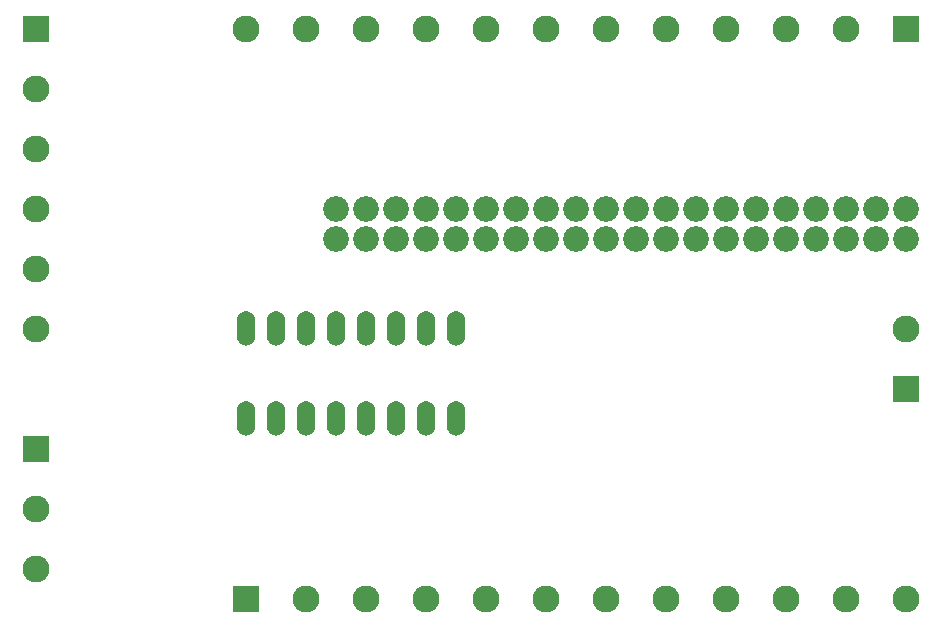
<source format=gts>
G04 MADE WITH FRITZING*
G04 WWW.FRITZING.ORG*
G04 DOUBLE SIDED*
G04 HOLES PLATED*
G04 CONTOUR ON CENTER OF CONTOUR VECTOR*
%ASAXBY*%
%FSLAX23Y23*%
%MOIN*%
%OFA0B0*%
%SFA1.0B1.0*%
%ADD10C,0.085361*%
%ADD11C,0.090000*%
%ADD12C,0.062000*%
%ADD13R,0.089986X0.090000*%
%ADD14R,0.090000X0.090000*%
%ADD15R,0.001000X0.001000*%
%LNMASK1*%
G90*
G70*
G54D10*
X3132Y1450D03*
X3032Y1450D03*
X2932Y1450D03*
X2832Y1450D03*
X2732Y1450D03*
X2632Y1450D03*
X2532Y1450D03*
X2432Y1450D03*
X2332Y1450D03*
X2232Y1450D03*
X2132Y1450D03*
X2032Y1450D03*
X1932Y1450D03*
X1832Y1450D03*
X1732Y1450D03*
X1632Y1450D03*
X1532Y1450D03*
X1432Y1450D03*
X1332Y1450D03*
X1232Y1450D03*
X1232Y1350D03*
X1332Y1350D03*
X1432Y1350D03*
X1532Y1350D03*
X1632Y1350D03*
X1732Y1350D03*
X1832Y1350D03*
X1932Y1350D03*
X2032Y1350D03*
X2132Y1350D03*
X2232Y1350D03*
X2332Y1350D03*
X2432Y1350D03*
X2532Y1350D03*
X2632Y1350D03*
X2732Y1350D03*
X2832Y1350D03*
X2932Y1350D03*
X3032Y1350D03*
X3132Y1350D03*
G54D11*
X3132Y850D03*
X3132Y1050D03*
X232Y2050D03*
X232Y1850D03*
X232Y1650D03*
X232Y1450D03*
X232Y1250D03*
X232Y1050D03*
X232Y450D03*
X232Y250D03*
X232Y650D03*
G54D12*
X932Y750D03*
X1032Y750D03*
X1132Y750D03*
X1232Y750D03*
X1332Y750D03*
X1432Y750D03*
X1532Y750D03*
X1632Y750D03*
X1632Y1050D03*
X1532Y1050D03*
X1432Y1050D03*
X1332Y1050D03*
X1232Y1050D03*
X1132Y1050D03*
X1032Y1050D03*
X932Y1050D03*
X932Y750D03*
X1032Y750D03*
X1132Y750D03*
X1232Y750D03*
X1332Y750D03*
X1432Y750D03*
X1532Y750D03*
X1632Y750D03*
X1632Y1050D03*
X1532Y1050D03*
X1432Y1050D03*
X1332Y1050D03*
X1232Y1050D03*
X1132Y1050D03*
X1032Y1050D03*
X932Y1050D03*
G54D11*
X2932Y2050D03*
X2732Y2050D03*
X2532Y2050D03*
X2332Y2050D03*
X2132Y2050D03*
X1932Y2050D03*
X1732Y2050D03*
X1532Y2050D03*
X1332Y2050D03*
X1132Y2050D03*
X932Y2050D03*
X3132Y2050D03*
X1132Y150D03*
X1332Y150D03*
X1532Y150D03*
X1732Y150D03*
X1932Y150D03*
X2132Y150D03*
X2332Y150D03*
X2532Y150D03*
X2732Y150D03*
X2932Y150D03*
X3132Y150D03*
X932Y150D03*
G54D13*
X3132Y850D03*
G54D14*
X232Y2050D03*
X232Y650D03*
X3132Y2050D03*
X932Y150D03*
G54D15*
X927Y1107D02*
X938Y1107D01*
X1027Y1107D02*
X1038Y1107D01*
X1127Y1107D02*
X1138Y1107D01*
X1227Y1107D02*
X1238Y1107D01*
X1327Y1107D02*
X1338Y1107D01*
X1427Y1107D02*
X1438Y1107D01*
X1527Y1107D02*
X1538Y1107D01*
X1627Y1107D02*
X1638Y1107D01*
X923Y1106D02*
X942Y1106D01*
X1023Y1106D02*
X1042Y1106D01*
X1123Y1106D02*
X1142Y1106D01*
X1223Y1106D02*
X1242Y1106D01*
X1323Y1106D02*
X1342Y1106D01*
X1423Y1106D02*
X1442Y1106D01*
X1523Y1106D02*
X1542Y1106D01*
X1623Y1106D02*
X1642Y1106D01*
X921Y1105D02*
X944Y1105D01*
X1021Y1105D02*
X1044Y1105D01*
X1121Y1105D02*
X1144Y1105D01*
X1221Y1105D02*
X1244Y1105D01*
X1321Y1105D02*
X1344Y1105D01*
X1421Y1105D02*
X1444Y1105D01*
X1521Y1105D02*
X1544Y1105D01*
X1621Y1105D02*
X1644Y1105D01*
X919Y1104D02*
X946Y1104D01*
X1019Y1104D02*
X1046Y1104D01*
X1119Y1104D02*
X1146Y1104D01*
X1219Y1104D02*
X1246Y1104D01*
X1319Y1104D02*
X1346Y1104D01*
X1419Y1104D02*
X1446Y1104D01*
X1519Y1104D02*
X1546Y1104D01*
X1619Y1104D02*
X1646Y1104D01*
X917Y1103D02*
X948Y1103D01*
X1017Y1103D02*
X1048Y1103D01*
X1117Y1103D02*
X1148Y1103D01*
X1217Y1103D02*
X1248Y1103D01*
X1317Y1103D02*
X1348Y1103D01*
X1417Y1103D02*
X1448Y1103D01*
X1517Y1103D02*
X1548Y1103D01*
X1617Y1103D02*
X1648Y1103D01*
X915Y1102D02*
X950Y1102D01*
X1015Y1102D02*
X1050Y1102D01*
X1115Y1102D02*
X1150Y1102D01*
X1215Y1102D02*
X1250Y1102D01*
X1315Y1102D02*
X1350Y1102D01*
X1415Y1102D02*
X1450Y1102D01*
X1515Y1102D02*
X1550Y1102D01*
X1615Y1102D02*
X1650Y1102D01*
X914Y1101D02*
X951Y1101D01*
X1014Y1101D02*
X1051Y1101D01*
X1114Y1101D02*
X1151Y1101D01*
X1214Y1101D02*
X1251Y1101D01*
X1314Y1101D02*
X1351Y1101D01*
X1414Y1101D02*
X1451Y1101D01*
X1514Y1101D02*
X1551Y1101D01*
X1614Y1101D02*
X1651Y1101D01*
X913Y1100D02*
X952Y1100D01*
X1013Y1100D02*
X1052Y1100D01*
X1113Y1100D02*
X1152Y1100D01*
X1213Y1100D02*
X1252Y1100D01*
X1313Y1100D02*
X1352Y1100D01*
X1413Y1100D02*
X1452Y1100D01*
X1513Y1100D02*
X1552Y1100D01*
X1613Y1100D02*
X1652Y1100D01*
X912Y1099D02*
X953Y1099D01*
X1012Y1099D02*
X1053Y1099D01*
X1112Y1099D02*
X1153Y1099D01*
X1212Y1099D02*
X1253Y1099D01*
X1312Y1099D02*
X1353Y1099D01*
X1412Y1099D02*
X1453Y1099D01*
X1512Y1099D02*
X1553Y1099D01*
X1612Y1099D02*
X1653Y1099D01*
X911Y1098D02*
X954Y1098D01*
X1011Y1098D02*
X1054Y1098D01*
X1111Y1098D02*
X1154Y1098D01*
X1211Y1098D02*
X1254Y1098D01*
X1311Y1098D02*
X1354Y1098D01*
X1411Y1098D02*
X1454Y1098D01*
X1511Y1098D02*
X1554Y1098D01*
X1611Y1098D02*
X1654Y1098D01*
X910Y1097D02*
X955Y1097D01*
X1010Y1097D02*
X1055Y1097D01*
X1110Y1097D02*
X1155Y1097D01*
X1210Y1097D02*
X1255Y1097D01*
X1310Y1097D02*
X1355Y1097D01*
X1410Y1097D02*
X1455Y1097D01*
X1510Y1097D02*
X1555Y1097D01*
X1610Y1097D02*
X1655Y1097D01*
X909Y1096D02*
X956Y1096D01*
X1009Y1096D02*
X1056Y1096D01*
X1109Y1096D02*
X1156Y1096D01*
X1209Y1096D02*
X1256Y1096D01*
X1309Y1096D02*
X1356Y1096D01*
X1409Y1096D02*
X1456Y1096D01*
X1509Y1096D02*
X1556Y1096D01*
X1609Y1096D02*
X1656Y1096D01*
X908Y1095D02*
X957Y1095D01*
X1008Y1095D02*
X1057Y1095D01*
X1108Y1095D02*
X1157Y1095D01*
X1208Y1095D02*
X1257Y1095D01*
X1308Y1095D02*
X1357Y1095D01*
X1408Y1095D02*
X1457Y1095D01*
X1508Y1095D02*
X1557Y1095D01*
X1608Y1095D02*
X1657Y1095D01*
X907Y1094D02*
X958Y1094D01*
X1007Y1094D02*
X1058Y1094D01*
X1107Y1094D02*
X1158Y1094D01*
X1207Y1094D02*
X1258Y1094D01*
X1307Y1094D02*
X1358Y1094D01*
X1407Y1094D02*
X1458Y1094D01*
X1507Y1094D02*
X1558Y1094D01*
X1607Y1094D02*
X1658Y1094D01*
X907Y1093D02*
X958Y1093D01*
X1007Y1093D02*
X1058Y1093D01*
X1107Y1093D02*
X1158Y1093D01*
X1207Y1093D02*
X1258Y1093D01*
X1307Y1093D02*
X1358Y1093D01*
X1407Y1093D02*
X1458Y1093D01*
X1507Y1093D02*
X1558Y1093D01*
X1607Y1093D02*
X1658Y1093D01*
X906Y1092D02*
X959Y1092D01*
X1006Y1092D02*
X1059Y1092D01*
X1106Y1092D02*
X1159Y1092D01*
X1206Y1092D02*
X1259Y1092D01*
X1306Y1092D02*
X1359Y1092D01*
X1406Y1092D02*
X1459Y1092D01*
X1506Y1092D02*
X1559Y1092D01*
X1606Y1092D02*
X1659Y1092D01*
X906Y1091D02*
X959Y1091D01*
X1006Y1091D02*
X1059Y1091D01*
X1106Y1091D02*
X1159Y1091D01*
X1206Y1091D02*
X1259Y1091D01*
X1306Y1091D02*
X1359Y1091D01*
X1406Y1091D02*
X1459Y1091D01*
X1506Y1091D02*
X1559Y1091D01*
X1606Y1091D02*
X1659Y1091D01*
X905Y1090D02*
X960Y1090D01*
X1005Y1090D02*
X1060Y1090D01*
X1105Y1090D02*
X1160Y1090D01*
X1205Y1090D02*
X1260Y1090D01*
X1305Y1090D02*
X1360Y1090D01*
X1405Y1090D02*
X1460Y1090D01*
X1505Y1090D02*
X1560Y1090D01*
X1605Y1090D02*
X1660Y1090D01*
X905Y1089D02*
X960Y1089D01*
X1005Y1089D02*
X1060Y1089D01*
X1105Y1089D02*
X1160Y1089D01*
X1205Y1089D02*
X1260Y1089D01*
X1305Y1089D02*
X1360Y1089D01*
X1405Y1089D02*
X1460Y1089D01*
X1505Y1089D02*
X1560Y1089D01*
X1605Y1089D02*
X1660Y1089D01*
X904Y1088D02*
X961Y1088D01*
X1004Y1088D02*
X1061Y1088D01*
X1104Y1088D02*
X1161Y1088D01*
X1204Y1088D02*
X1261Y1088D01*
X1304Y1088D02*
X1361Y1088D01*
X1404Y1088D02*
X1461Y1088D01*
X1504Y1088D02*
X1561Y1088D01*
X1604Y1088D02*
X1661Y1088D01*
X904Y1087D02*
X961Y1087D01*
X1004Y1087D02*
X1061Y1087D01*
X1104Y1087D02*
X1161Y1087D01*
X1204Y1087D02*
X1261Y1087D01*
X1304Y1087D02*
X1361Y1087D01*
X1404Y1087D02*
X1461Y1087D01*
X1504Y1087D02*
X1561Y1087D01*
X1604Y1087D02*
X1661Y1087D01*
X904Y1086D02*
X962Y1086D01*
X1004Y1086D02*
X1061Y1086D01*
X1104Y1086D02*
X1161Y1086D01*
X1204Y1086D02*
X1261Y1086D01*
X1304Y1086D02*
X1361Y1086D01*
X1404Y1086D02*
X1461Y1086D01*
X1504Y1086D02*
X1561Y1086D01*
X1604Y1086D02*
X1661Y1086D01*
X903Y1085D02*
X962Y1085D01*
X1003Y1085D02*
X1062Y1085D01*
X1103Y1085D02*
X1162Y1085D01*
X1203Y1085D02*
X1262Y1085D01*
X1303Y1085D02*
X1362Y1085D01*
X1403Y1085D02*
X1462Y1085D01*
X1503Y1085D02*
X1562Y1085D01*
X1603Y1085D02*
X1662Y1085D01*
X903Y1084D02*
X962Y1084D01*
X1003Y1084D02*
X1062Y1084D01*
X1103Y1084D02*
X1162Y1084D01*
X1203Y1084D02*
X1262Y1084D01*
X1303Y1084D02*
X1362Y1084D01*
X1403Y1084D02*
X1462Y1084D01*
X1503Y1084D02*
X1562Y1084D01*
X1603Y1084D02*
X1662Y1084D01*
X903Y1083D02*
X962Y1083D01*
X1003Y1083D02*
X1062Y1083D01*
X1103Y1083D02*
X1162Y1083D01*
X1203Y1083D02*
X1262Y1083D01*
X1303Y1083D02*
X1362Y1083D01*
X1403Y1083D02*
X1462Y1083D01*
X1503Y1083D02*
X1562Y1083D01*
X1603Y1083D02*
X1662Y1083D01*
X903Y1082D02*
X963Y1082D01*
X1003Y1082D02*
X1063Y1082D01*
X1103Y1082D02*
X1162Y1082D01*
X1203Y1082D02*
X1262Y1082D01*
X1303Y1082D02*
X1362Y1082D01*
X1403Y1082D02*
X1462Y1082D01*
X1503Y1082D02*
X1562Y1082D01*
X1603Y1082D02*
X1662Y1082D01*
X902Y1081D02*
X963Y1081D01*
X1002Y1081D02*
X1063Y1081D01*
X1102Y1081D02*
X1163Y1081D01*
X1202Y1081D02*
X1263Y1081D01*
X1302Y1081D02*
X1363Y1081D01*
X1402Y1081D02*
X1463Y1081D01*
X1502Y1081D02*
X1563Y1081D01*
X1602Y1081D02*
X1663Y1081D01*
X902Y1080D02*
X963Y1080D01*
X1002Y1080D02*
X1063Y1080D01*
X1102Y1080D02*
X1163Y1080D01*
X1202Y1080D02*
X1263Y1080D01*
X1302Y1080D02*
X1363Y1080D01*
X1402Y1080D02*
X1463Y1080D01*
X1502Y1080D02*
X1563Y1080D01*
X1602Y1080D02*
X1663Y1080D01*
X902Y1079D02*
X963Y1079D01*
X1002Y1079D02*
X1063Y1079D01*
X1102Y1079D02*
X1163Y1079D01*
X1202Y1079D02*
X1263Y1079D01*
X1302Y1079D02*
X1363Y1079D01*
X1402Y1079D02*
X1463Y1079D01*
X1502Y1079D02*
X1563Y1079D01*
X1602Y1079D02*
X1663Y1079D01*
X902Y1078D02*
X963Y1078D01*
X1002Y1078D02*
X1063Y1078D01*
X1102Y1078D02*
X1163Y1078D01*
X1202Y1078D02*
X1263Y1078D01*
X1302Y1078D02*
X1363Y1078D01*
X1402Y1078D02*
X1463Y1078D01*
X1502Y1078D02*
X1563Y1078D01*
X1602Y1078D02*
X1663Y1078D01*
X902Y1077D02*
X963Y1077D01*
X1002Y1077D02*
X1063Y1077D01*
X1102Y1077D02*
X1163Y1077D01*
X1202Y1077D02*
X1263Y1077D01*
X1302Y1077D02*
X1363Y1077D01*
X1402Y1077D02*
X1463Y1077D01*
X1502Y1077D02*
X1563Y1077D01*
X1602Y1077D02*
X1663Y1077D01*
X902Y1076D02*
X963Y1076D01*
X1002Y1076D02*
X1063Y1076D01*
X1102Y1076D02*
X1163Y1076D01*
X1202Y1076D02*
X1263Y1076D01*
X1302Y1076D02*
X1363Y1076D01*
X1402Y1076D02*
X1463Y1076D01*
X1502Y1076D02*
X1563Y1076D01*
X1602Y1076D02*
X1663Y1076D01*
X902Y1075D02*
X963Y1075D01*
X1002Y1075D02*
X1063Y1075D01*
X1102Y1075D02*
X1163Y1075D01*
X1202Y1075D02*
X1263Y1075D01*
X1302Y1075D02*
X1363Y1075D01*
X1402Y1075D02*
X1463Y1075D01*
X1502Y1075D02*
X1563Y1075D01*
X1602Y1075D02*
X1663Y1075D01*
X902Y1074D02*
X963Y1074D01*
X1002Y1074D02*
X1063Y1074D01*
X1102Y1074D02*
X1163Y1074D01*
X1202Y1074D02*
X1263Y1074D01*
X1302Y1074D02*
X1363Y1074D01*
X1402Y1074D02*
X1463Y1074D01*
X1502Y1074D02*
X1563Y1074D01*
X1602Y1074D02*
X1663Y1074D01*
X902Y1073D02*
X963Y1073D01*
X1002Y1073D02*
X1063Y1073D01*
X1102Y1073D02*
X1163Y1073D01*
X1202Y1073D02*
X1263Y1073D01*
X1302Y1073D02*
X1363Y1073D01*
X1402Y1073D02*
X1463Y1073D01*
X1502Y1073D02*
X1563Y1073D01*
X1602Y1073D02*
X1663Y1073D01*
X902Y1072D02*
X963Y1072D01*
X1002Y1072D02*
X1063Y1072D01*
X1102Y1072D02*
X1163Y1072D01*
X1202Y1072D02*
X1263Y1072D01*
X1302Y1072D02*
X1363Y1072D01*
X1402Y1072D02*
X1463Y1072D01*
X1502Y1072D02*
X1563Y1072D01*
X1602Y1072D02*
X1663Y1072D01*
X902Y1071D02*
X963Y1071D01*
X1002Y1071D02*
X1063Y1071D01*
X1102Y1071D02*
X1163Y1071D01*
X1202Y1071D02*
X1263Y1071D01*
X1302Y1071D02*
X1363Y1071D01*
X1402Y1071D02*
X1463Y1071D01*
X1502Y1071D02*
X1563Y1071D01*
X1602Y1071D02*
X1663Y1071D01*
X902Y1070D02*
X963Y1070D01*
X1002Y1070D02*
X1063Y1070D01*
X1102Y1070D02*
X1163Y1070D01*
X1202Y1070D02*
X1263Y1070D01*
X1302Y1070D02*
X1363Y1070D01*
X1402Y1070D02*
X1463Y1070D01*
X1502Y1070D02*
X1563Y1070D01*
X1602Y1070D02*
X1663Y1070D01*
X902Y1069D02*
X963Y1069D01*
X1002Y1069D02*
X1063Y1069D01*
X1102Y1069D02*
X1163Y1069D01*
X1202Y1069D02*
X1263Y1069D01*
X1302Y1069D02*
X1363Y1069D01*
X1402Y1069D02*
X1463Y1069D01*
X1502Y1069D02*
X1563Y1069D01*
X1602Y1069D02*
X1663Y1069D01*
X902Y1068D02*
X963Y1068D01*
X1002Y1068D02*
X1063Y1068D01*
X1102Y1068D02*
X1163Y1068D01*
X1202Y1068D02*
X1263Y1068D01*
X1302Y1068D02*
X1363Y1068D01*
X1402Y1068D02*
X1463Y1068D01*
X1502Y1068D02*
X1563Y1068D01*
X1602Y1068D02*
X1663Y1068D01*
X902Y1067D02*
X963Y1067D01*
X1002Y1067D02*
X1063Y1067D01*
X1102Y1067D02*
X1163Y1067D01*
X1202Y1067D02*
X1263Y1067D01*
X1302Y1067D02*
X1363Y1067D01*
X1402Y1067D02*
X1463Y1067D01*
X1502Y1067D02*
X1563Y1067D01*
X1602Y1067D02*
X1663Y1067D01*
X902Y1066D02*
X963Y1066D01*
X1002Y1066D02*
X1063Y1066D01*
X1102Y1066D02*
X1163Y1066D01*
X1202Y1066D02*
X1263Y1066D01*
X1302Y1066D02*
X1363Y1066D01*
X1402Y1066D02*
X1463Y1066D01*
X1502Y1066D02*
X1563Y1066D01*
X1602Y1066D02*
X1663Y1066D01*
X902Y1065D02*
X963Y1065D01*
X1002Y1065D02*
X1063Y1065D01*
X1102Y1065D02*
X1163Y1065D01*
X1202Y1065D02*
X1263Y1065D01*
X1302Y1065D02*
X1363Y1065D01*
X1402Y1065D02*
X1463Y1065D01*
X1502Y1065D02*
X1563Y1065D01*
X1602Y1065D02*
X1663Y1065D01*
X902Y1064D02*
X963Y1064D01*
X1002Y1064D02*
X1063Y1064D01*
X1102Y1064D02*
X1163Y1064D01*
X1202Y1064D02*
X1263Y1064D01*
X1302Y1064D02*
X1363Y1064D01*
X1402Y1064D02*
X1463Y1064D01*
X1502Y1064D02*
X1563Y1064D01*
X1602Y1064D02*
X1663Y1064D01*
X902Y1063D02*
X963Y1063D01*
X1002Y1063D02*
X1063Y1063D01*
X1102Y1063D02*
X1163Y1063D01*
X1202Y1063D02*
X1263Y1063D01*
X1302Y1063D02*
X1363Y1063D01*
X1402Y1063D02*
X1463Y1063D01*
X1502Y1063D02*
X1563Y1063D01*
X1602Y1063D02*
X1663Y1063D01*
X902Y1062D02*
X963Y1062D01*
X1002Y1062D02*
X1063Y1062D01*
X1102Y1062D02*
X1163Y1062D01*
X1202Y1062D02*
X1263Y1062D01*
X1302Y1062D02*
X1363Y1062D01*
X1402Y1062D02*
X1463Y1062D01*
X1502Y1062D02*
X1563Y1062D01*
X1602Y1062D02*
X1663Y1062D01*
X902Y1061D02*
X928Y1061D01*
X937Y1061D02*
X963Y1061D01*
X1002Y1061D02*
X1028Y1061D01*
X1037Y1061D02*
X1063Y1061D01*
X1102Y1061D02*
X1128Y1061D01*
X1137Y1061D02*
X1163Y1061D01*
X1202Y1061D02*
X1228Y1061D01*
X1237Y1061D02*
X1263Y1061D01*
X1302Y1061D02*
X1328Y1061D01*
X1337Y1061D02*
X1363Y1061D01*
X1402Y1061D02*
X1428Y1061D01*
X1437Y1061D02*
X1463Y1061D01*
X1502Y1061D02*
X1528Y1061D01*
X1537Y1061D02*
X1563Y1061D01*
X1602Y1061D02*
X1628Y1061D01*
X1637Y1061D02*
X1663Y1061D01*
X902Y1060D02*
X926Y1060D01*
X939Y1060D02*
X963Y1060D01*
X1002Y1060D02*
X1026Y1060D01*
X1039Y1060D02*
X1063Y1060D01*
X1102Y1060D02*
X1126Y1060D01*
X1139Y1060D02*
X1163Y1060D01*
X1202Y1060D02*
X1226Y1060D01*
X1239Y1060D02*
X1263Y1060D01*
X1302Y1060D02*
X1326Y1060D01*
X1339Y1060D02*
X1363Y1060D01*
X1402Y1060D02*
X1426Y1060D01*
X1439Y1060D02*
X1463Y1060D01*
X1502Y1060D02*
X1526Y1060D01*
X1539Y1060D02*
X1563Y1060D01*
X1602Y1060D02*
X1626Y1060D01*
X1639Y1060D02*
X1663Y1060D01*
X902Y1059D02*
X925Y1059D01*
X940Y1059D02*
X963Y1059D01*
X1002Y1059D02*
X1025Y1059D01*
X1040Y1059D02*
X1063Y1059D01*
X1102Y1059D02*
X1125Y1059D01*
X1140Y1059D02*
X1163Y1059D01*
X1202Y1059D02*
X1225Y1059D01*
X1240Y1059D02*
X1263Y1059D01*
X1302Y1059D02*
X1325Y1059D01*
X1340Y1059D02*
X1363Y1059D01*
X1402Y1059D02*
X1425Y1059D01*
X1440Y1059D02*
X1463Y1059D01*
X1502Y1059D02*
X1525Y1059D01*
X1540Y1059D02*
X1563Y1059D01*
X1602Y1059D02*
X1625Y1059D01*
X1640Y1059D02*
X1663Y1059D01*
X902Y1058D02*
X924Y1058D01*
X941Y1058D02*
X963Y1058D01*
X1002Y1058D02*
X1024Y1058D01*
X1041Y1058D02*
X1063Y1058D01*
X1102Y1058D02*
X1124Y1058D01*
X1141Y1058D02*
X1163Y1058D01*
X1202Y1058D02*
X1224Y1058D01*
X1241Y1058D02*
X1263Y1058D01*
X1302Y1058D02*
X1324Y1058D01*
X1341Y1058D02*
X1363Y1058D01*
X1402Y1058D02*
X1424Y1058D01*
X1441Y1058D02*
X1463Y1058D01*
X1502Y1058D02*
X1524Y1058D01*
X1541Y1058D02*
X1563Y1058D01*
X1602Y1058D02*
X1624Y1058D01*
X1641Y1058D02*
X1663Y1058D01*
X902Y1057D02*
X923Y1057D01*
X942Y1057D02*
X963Y1057D01*
X1002Y1057D02*
X1023Y1057D01*
X1042Y1057D02*
X1063Y1057D01*
X1102Y1057D02*
X1123Y1057D01*
X1142Y1057D02*
X1163Y1057D01*
X1202Y1057D02*
X1223Y1057D01*
X1242Y1057D02*
X1263Y1057D01*
X1302Y1057D02*
X1323Y1057D01*
X1342Y1057D02*
X1363Y1057D01*
X1402Y1057D02*
X1423Y1057D01*
X1442Y1057D02*
X1463Y1057D01*
X1502Y1057D02*
X1523Y1057D01*
X1542Y1057D02*
X1563Y1057D01*
X1602Y1057D02*
X1623Y1057D01*
X1642Y1057D02*
X1663Y1057D01*
X902Y1056D02*
X922Y1056D01*
X943Y1056D02*
X963Y1056D01*
X1002Y1056D02*
X1022Y1056D01*
X1043Y1056D02*
X1063Y1056D01*
X1102Y1056D02*
X1122Y1056D01*
X1143Y1056D02*
X1163Y1056D01*
X1202Y1056D02*
X1222Y1056D01*
X1243Y1056D02*
X1263Y1056D01*
X1302Y1056D02*
X1322Y1056D01*
X1343Y1056D02*
X1363Y1056D01*
X1402Y1056D02*
X1422Y1056D01*
X1443Y1056D02*
X1463Y1056D01*
X1502Y1056D02*
X1522Y1056D01*
X1543Y1056D02*
X1563Y1056D01*
X1602Y1056D02*
X1622Y1056D01*
X1643Y1056D02*
X1663Y1056D01*
X902Y1055D02*
X922Y1055D01*
X943Y1055D02*
X963Y1055D01*
X1002Y1055D02*
X1022Y1055D01*
X1043Y1055D02*
X1063Y1055D01*
X1102Y1055D02*
X1122Y1055D01*
X1143Y1055D02*
X1163Y1055D01*
X1202Y1055D02*
X1222Y1055D01*
X1243Y1055D02*
X1263Y1055D01*
X1302Y1055D02*
X1322Y1055D01*
X1343Y1055D02*
X1363Y1055D01*
X1402Y1055D02*
X1422Y1055D01*
X1443Y1055D02*
X1463Y1055D01*
X1502Y1055D02*
X1522Y1055D01*
X1543Y1055D02*
X1563Y1055D01*
X1602Y1055D02*
X1622Y1055D01*
X1643Y1055D02*
X1663Y1055D01*
X902Y1054D02*
X922Y1054D01*
X944Y1054D02*
X963Y1054D01*
X1002Y1054D02*
X1022Y1054D01*
X1044Y1054D02*
X1063Y1054D01*
X1102Y1054D02*
X1122Y1054D01*
X1144Y1054D02*
X1163Y1054D01*
X1202Y1054D02*
X1222Y1054D01*
X1244Y1054D02*
X1263Y1054D01*
X1302Y1054D02*
X1322Y1054D01*
X1344Y1054D02*
X1363Y1054D01*
X1402Y1054D02*
X1422Y1054D01*
X1444Y1054D02*
X1463Y1054D01*
X1502Y1054D02*
X1521Y1054D01*
X1544Y1054D02*
X1563Y1054D01*
X1602Y1054D02*
X1621Y1054D01*
X1643Y1054D02*
X1663Y1054D01*
X902Y1053D02*
X921Y1053D01*
X944Y1053D02*
X963Y1053D01*
X1002Y1053D02*
X1021Y1053D01*
X1044Y1053D02*
X1063Y1053D01*
X1102Y1053D02*
X1121Y1053D01*
X1144Y1053D02*
X1163Y1053D01*
X1202Y1053D02*
X1221Y1053D01*
X1244Y1053D02*
X1263Y1053D01*
X1302Y1053D02*
X1321Y1053D01*
X1344Y1053D02*
X1363Y1053D01*
X1402Y1053D02*
X1421Y1053D01*
X1444Y1053D02*
X1463Y1053D01*
X1502Y1053D02*
X1521Y1053D01*
X1544Y1053D02*
X1563Y1053D01*
X1602Y1053D02*
X1621Y1053D01*
X1644Y1053D02*
X1663Y1053D01*
X902Y1052D02*
X921Y1052D01*
X944Y1052D02*
X963Y1052D01*
X1002Y1052D02*
X1021Y1052D01*
X1044Y1052D02*
X1063Y1052D01*
X1102Y1052D02*
X1121Y1052D01*
X1144Y1052D02*
X1163Y1052D01*
X1202Y1052D02*
X1221Y1052D01*
X1244Y1052D02*
X1263Y1052D01*
X1302Y1052D02*
X1321Y1052D01*
X1344Y1052D02*
X1363Y1052D01*
X1402Y1052D02*
X1421Y1052D01*
X1444Y1052D02*
X1463Y1052D01*
X1502Y1052D02*
X1521Y1052D01*
X1544Y1052D02*
X1563Y1052D01*
X1602Y1052D02*
X1621Y1052D01*
X1644Y1052D02*
X1663Y1052D01*
X902Y1051D02*
X921Y1051D01*
X944Y1051D02*
X963Y1051D01*
X1002Y1051D02*
X1021Y1051D01*
X1044Y1051D02*
X1063Y1051D01*
X1102Y1051D02*
X1121Y1051D01*
X1144Y1051D02*
X1163Y1051D01*
X1202Y1051D02*
X1221Y1051D01*
X1244Y1051D02*
X1263Y1051D01*
X1302Y1051D02*
X1321Y1051D01*
X1344Y1051D02*
X1363Y1051D01*
X1402Y1051D02*
X1421Y1051D01*
X1444Y1051D02*
X1463Y1051D01*
X1502Y1051D02*
X1521Y1051D01*
X1544Y1051D02*
X1563Y1051D01*
X1602Y1051D02*
X1621Y1051D01*
X1644Y1051D02*
X1663Y1051D01*
X902Y1050D02*
X921Y1050D01*
X944Y1050D02*
X963Y1050D01*
X1002Y1050D02*
X1021Y1050D01*
X1044Y1050D02*
X1063Y1050D01*
X1102Y1050D02*
X1121Y1050D01*
X1144Y1050D02*
X1163Y1050D01*
X1202Y1050D02*
X1221Y1050D01*
X1244Y1050D02*
X1263Y1050D01*
X1302Y1050D02*
X1321Y1050D01*
X1344Y1050D02*
X1363Y1050D01*
X1402Y1050D02*
X1421Y1050D01*
X1444Y1050D02*
X1463Y1050D01*
X1502Y1050D02*
X1521Y1050D01*
X1544Y1050D02*
X1563Y1050D01*
X1602Y1050D02*
X1621Y1050D01*
X1644Y1050D02*
X1663Y1050D01*
X902Y1049D02*
X921Y1049D01*
X944Y1049D02*
X963Y1049D01*
X1002Y1049D02*
X1021Y1049D01*
X1044Y1049D02*
X1063Y1049D01*
X1102Y1049D02*
X1121Y1049D01*
X1144Y1049D02*
X1163Y1049D01*
X1202Y1049D02*
X1221Y1049D01*
X1244Y1049D02*
X1263Y1049D01*
X1302Y1049D02*
X1321Y1049D01*
X1344Y1049D02*
X1363Y1049D01*
X1402Y1049D02*
X1421Y1049D01*
X1444Y1049D02*
X1463Y1049D01*
X1502Y1049D02*
X1521Y1049D01*
X1544Y1049D02*
X1563Y1049D01*
X1602Y1049D02*
X1621Y1049D01*
X1644Y1049D02*
X1663Y1049D01*
X902Y1048D02*
X921Y1048D01*
X944Y1048D02*
X963Y1048D01*
X1002Y1048D02*
X1021Y1048D01*
X1044Y1048D02*
X1063Y1048D01*
X1102Y1048D02*
X1121Y1048D01*
X1144Y1048D02*
X1163Y1048D01*
X1202Y1048D02*
X1221Y1048D01*
X1244Y1048D02*
X1263Y1048D01*
X1302Y1048D02*
X1321Y1048D01*
X1344Y1048D02*
X1363Y1048D01*
X1402Y1048D02*
X1421Y1048D01*
X1444Y1048D02*
X1463Y1048D01*
X1502Y1048D02*
X1521Y1048D01*
X1544Y1048D02*
X1563Y1048D01*
X1602Y1048D02*
X1621Y1048D01*
X1644Y1048D02*
X1663Y1048D01*
X902Y1047D02*
X922Y1047D01*
X943Y1047D02*
X963Y1047D01*
X1002Y1047D02*
X1022Y1047D01*
X1043Y1047D02*
X1063Y1047D01*
X1102Y1047D02*
X1122Y1047D01*
X1143Y1047D02*
X1163Y1047D01*
X1202Y1047D02*
X1222Y1047D01*
X1243Y1047D02*
X1263Y1047D01*
X1302Y1047D02*
X1322Y1047D01*
X1343Y1047D02*
X1363Y1047D01*
X1402Y1047D02*
X1422Y1047D01*
X1443Y1047D02*
X1463Y1047D01*
X1502Y1047D02*
X1522Y1047D01*
X1543Y1047D02*
X1563Y1047D01*
X1602Y1047D02*
X1622Y1047D01*
X1643Y1047D02*
X1663Y1047D01*
X902Y1046D02*
X922Y1046D01*
X943Y1046D02*
X963Y1046D01*
X1002Y1046D02*
X1022Y1046D01*
X1043Y1046D02*
X1063Y1046D01*
X1102Y1046D02*
X1122Y1046D01*
X1143Y1046D02*
X1163Y1046D01*
X1202Y1046D02*
X1222Y1046D01*
X1243Y1046D02*
X1263Y1046D01*
X1302Y1046D02*
X1322Y1046D01*
X1343Y1046D02*
X1363Y1046D01*
X1402Y1046D02*
X1422Y1046D01*
X1443Y1046D02*
X1463Y1046D01*
X1502Y1046D02*
X1522Y1046D01*
X1543Y1046D02*
X1563Y1046D01*
X1602Y1046D02*
X1622Y1046D01*
X1643Y1046D02*
X1663Y1046D01*
X902Y1045D02*
X923Y1045D01*
X943Y1045D02*
X963Y1045D01*
X1002Y1045D02*
X1023Y1045D01*
X1043Y1045D02*
X1063Y1045D01*
X1102Y1045D02*
X1123Y1045D01*
X1143Y1045D02*
X1163Y1045D01*
X1202Y1045D02*
X1223Y1045D01*
X1242Y1045D02*
X1263Y1045D01*
X1302Y1045D02*
X1323Y1045D01*
X1342Y1045D02*
X1363Y1045D01*
X1402Y1045D02*
X1423Y1045D01*
X1442Y1045D02*
X1463Y1045D01*
X1502Y1045D02*
X1523Y1045D01*
X1542Y1045D02*
X1563Y1045D01*
X1602Y1045D02*
X1623Y1045D01*
X1642Y1045D02*
X1663Y1045D01*
X902Y1044D02*
X923Y1044D01*
X942Y1044D02*
X963Y1044D01*
X1002Y1044D02*
X1023Y1044D01*
X1042Y1044D02*
X1063Y1044D01*
X1102Y1044D02*
X1123Y1044D01*
X1142Y1044D02*
X1163Y1044D01*
X1202Y1044D02*
X1223Y1044D01*
X1242Y1044D02*
X1263Y1044D01*
X1302Y1044D02*
X1323Y1044D01*
X1342Y1044D02*
X1363Y1044D01*
X1402Y1044D02*
X1423Y1044D01*
X1442Y1044D02*
X1463Y1044D01*
X1502Y1044D02*
X1523Y1044D01*
X1542Y1044D02*
X1563Y1044D01*
X1602Y1044D02*
X1623Y1044D01*
X1642Y1044D02*
X1663Y1044D01*
X902Y1043D02*
X924Y1043D01*
X941Y1043D02*
X963Y1043D01*
X1002Y1043D02*
X1024Y1043D01*
X1041Y1043D02*
X1063Y1043D01*
X1102Y1043D02*
X1124Y1043D01*
X1141Y1043D02*
X1163Y1043D01*
X1202Y1043D02*
X1224Y1043D01*
X1241Y1043D02*
X1263Y1043D01*
X1302Y1043D02*
X1324Y1043D01*
X1341Y1043D02*
X1363Y1043D01*
X1402Y1043D02*
X1424Y1043D01*
X1441Y1043D02*
X1463Y1043D01*
X1502Y1043D02*
X1524Y1043D01*
X1541Y1043D02*
X1563Y1043D01*
X1602Y1043D02*
X1624Y1043D01*
X1641Y1043D02*
X1663Y1043D01*
X902Y1042D02*
X925Y1042D01*
X940Y1042D02*
X963Y1042D01*
X1002Y1042D02*
X1025Y1042D01*
X1040Y1042D02*
X1063Y1042D01*
X1102Y1042D02*
X1125Y1042D01*
X1140Y1042D02*
X1163Y1042D01*
X1202Y1042D02*
X1225Y1042D01*
X1240Y1042D02*
X1263Y1042D01*
X1302Y1042D02*
X1325Y1042D01*
X1340Y1042D02*
X1363Y1042D01*
X1402Y1042D02*
X1425Y1042D01*
X1440Y1042D02*
X1463Y1042D01*
X1502Y1042D02*
X1525Y1042D01*
X1540Y1042D02*
X1563Y1042D01*
X1602Y1042D02*
X1625Y1042D01*
X1640Y1042D02*
X1663Y1042D01*
X902Y1041D02*
X927Y1041D01*
X938Y1041D02*
X963Y1041D01*
X1002Y1041D02*
X1027Y1041D01*
X1038Y1041D02*
X1063Y1041D01*
X1102Y1041D02*
X1127Y1041D01*
X1138Y1041D02*
X1163Y1041D01*
X1202Y1041D02*
X1227Y1041D01*
X1238Y1041D02*
X1263Y1041D01*
X1302Y1041D02*
X1327Y1041D01*
X1338Y1041D02*
X1363Y1041D01*
X1402Y1041D02*
X1427Y1041D01*
X1438Y1041D02*
X1463Y1041D01*
X1502Y1041D02*
X1527Y1041D01*
X1538Y1041D02*
X1563Y1041D01*
X1602Y1041D02*
X1627Y1041D01*
X1638Y1041D02*
X1663Y1041D01*
X902Y1040D02*
X929Y1040D01*
X936Y1040D02*
X963Y1040D01*
X1002Y1040D02*
X1029Y1040D01*
X1036Y1040D02*
X1063Y1040D01*
X1102Y1040D02*
X1129Y1040D01*
X1136Y1040D02*
X1163Y1040D01*
X1202Y1040D02*
X1229Y1040D01*
X1236Y1040D02*
X1263Y1040D01*
X1302Y1040D02*
X1329Y1040D01*
X1336Y1040D02*
X1363Y1040D01*
X1402Y1040D02*
X1429Y1040D01*
X1436Y1040D02*
X1463Y1040D01*
X1502Y1040D02*
X1529Y1040D01*
X1536Y1040D02*
X1563Y1040D01*
X1602Y1040D02*
X1629Y1040D01*
X1636Y1040D02*
X1663Y1040D01*
X902Y1039D02*
X963Y1039D01*
X1002Y1039D02*
X1063Y1039D01*
X1102Y1039D02*
X1163Y1039D01*
X1202Y1039D02*
X1263Y1039D01*
X1302Y1039D02*
X1363Y1039D01*
X1402Y1039D02*
X1463Y1039D01*
X1502Y1039D02*
X1563Y1039D01*
X1602Y1039D02*
X1663Y1039D01*
X902Y1038D02*
X963Y1038D01*
X1002Y1038D02*
X1063Y1038D01*
X1102Y1038D02*
X1163Y1038D01*
X1202Y1038D02*
X1263Y1038D01*
X1302Y1038D02*
X1363Y1038D01*
X1402Y1038D02*
X1463Y1038D01*
X1502Y1038D02*
X1563Y1038D01*
X1602Y1038D02*
X1663Y1038D01*
X902Y1037D02*
X963Y1037D01*
X1002Y1037D02*
X1063Y1037D01*
X1102Y1037D02*
X1163Y1037D01*
X1202Y1037D02*
X1263Y1037D01*
X1302Y1037D02*
X1363Y1037D01*
X1402Y1037D02*
X1463Y1037D01*
X1502Y1037D02*
X1563Y1037D01*
X1602Y1037D02*
X1663Y1037D01*
X902Y1036D02*
X963Y1036D01*
X1002Y1036D02*
X1063Y1036D01*
X1102Y1036D02*
X1163Y1036D01*
X1202Y1036D02*
X1263Y1036D01*
X1302Y1036D02*
X1363Y1036D01*
X1402Y1036D02*
X1463Y1036D01*
X1502Y1036D02*
X1563Y1036D01*
X1602Y1036D02*
X1663Y1036D01*
X902Y1035D02*
X963Y1035D01*
X1002Y1035D02*
X1063Y1035D01*
X1102Y1035D02*
X1163Y1035D01*
X1202Y1035D02*
X1263Y1035D01*
X1302Y1035D02*
X1363Y1035D01*
X1402Y1035D02*
X1463Y1035D01*
X1502Y1035D02*
X1563Y1035D01*
X1602Y1035D02*
X1663Y1035D01*
X902Y1034D02*
X963Y1034D01*
X1002Y1034D02*
X1063Y1034D01*
X1102Y1034D02*
X1163Y1034D01*
X1202Y1034D02*
X1263Y1034D01*
X1302Y1034D02*
X1363Y1034D01*
X1402Y1034D02*
X1463Y1034D01*
X1502Y1034D02*
X1563Y1034D01*
X1602Y1034D02*
X1663Y1034D01*
X902Y1033D02*
X963Y1033D01*
X1002Y1033D02*
X1063Y1033D01*
X1102Y1033D02*
X1163Y1033D01*
X1202Y1033D02*
X1263Y1033D01*
X1302Y1033D02*
X1363Y1033D01*
X1402Y1033D02*
X1463Y1033D01*
X1502Y1033D02*
X1563Y1033D01*
X1602Y1033D02*
X1663Y1033D01*
X902Y1032D02*
X963Y1032D01*
X1002Y1032D02*
X1063Y1032D01*
X1102Y1032D02*
X1163Y1032D01*
X1202Y1032D02*
X1263Y1032D01*
X1302Y1032D02*
X1363Y1032D01*
X1402Y1032D02*
X1463Y1032D01*
X1502Y1032D02*
X1563Y1032D01*
X1602Y1032D02*
X1663Y1032D01*
X902Y1031D02*
X963Y1031D01*
X1002Y1031D02*
X1063Y1031D01*
X1102Y1031D02*
X1163Y1031D01*
X1202Y1031D02*
X1263Y1031D01*
X1302Y1031D02*
X1363Y1031D01*
X1402Y1031D02*
X1463Y1031D01*
X1502Y1031D02*
X1563Y1031D01*
X1602Y1031D02*
X1663Y1031D01*
X902Y1030D02*
X963Y1030D01*
X1002Y1030D02*
X1063Y1030D01*
X1102Y1030D02*
X1163Y1030D01*
X1202Y1030D02*
X1263Y1030D01*
X1302Y1030D02*
X1363Y1030D01*
X1402Y1030D02*
X1463Y1030D01*
X1502Y1030D02*
X1563Y1030D01*
X1602Y1030D02*
X1663Y1030D01*
X902Y1029D02*
X963Y1029D01*
X1002Y1029D02*
X1063Y1029D01*
X1102Y1029D02*
X1163Y1029D01*
X1202Y1029D02*
X1263Y1029D01*
X1302Y1029D02*
X1363Y1029D01*
X1402Y1029D02*
X1463Y1029D01*
X1502Y1029D02*
X1563Y1029D01*
X1602Y1029D02*
X1663Y1029D01*
X902Y1028D02*
X963Y1028D01*
X1002Y1028D02*
X1063Y1028D01*
X1102Y1028D02*
X1163Y1028D01*
X1202Y1028D02*
X1263Y1028D01*
X1302Y1028D02*
X1363Y1028D01*
X1402Y1028D02*
X1463Y1028D01*
X1502Y1028D02*
X1563Y1028D01*
X1602Y1028D02*
X1663Y1028D01*
X902Y1027D02*
X963Y1027D01*
X1002Y1027D02*
X1063Y1027D01*
X1102Y1027D02*
X1163Y1027D01*
X1202Y1027D02*
X1263Y1027D01*
X1302Y1027D02*
X1363Y1027D01*
X1402Y1027D02*
X1463Y1027D01*
X1502Y1027D02*
X1563Y1027D01*
X1602Y1027D02*
X1663Y1027D01*
X902Y1026D02*
X963Y1026D01*
X1002Y1026D02*
X1063Y1026D01*
X1102Y1026D02*
X1163Y1026D01*
X1202Y1026D02*
X1263Y1026D01*
X1302Y1026D02*
X1363Y1026D01*
X1402Y1026D02*
X1463Y1026D01*
X1502Y1026D02*
X1563Y1026D01*
X1602Y1026D02*
X1663Y1026D01*
X902Y1025D02*
X963Y1025D01*
X1002Y1025D02*
X1063Y1025D01*
X1102Y1025D02*
X1163Y1025D01*
X1202Y1025D02*
X1263Y1025D01*
X1302Y1025D02*
X1363Y1025D01*
X1402Y1025D02*
X1463Y1025D01*
X1502Y1025D02*
X1563Y1025D01*
X1602Y1025D02*
X1663Y1025D01*
X902Y1024D02*
X963Y1024D01*
X1002Y1024D02*
X1063Y1024D01*
X1102Y1024D02*
X1163Y1024D01*
X1202Y1024D02*
X1263Y1024D01*
X1302Y1024D02*
X1363Y1024D01*
X1402Y1024D02*
X1463Y1024D01*
X1502Y1024D02*
X1563Y1024D01*
X1602Y1024D02*
X1663Y1024D01*
X902Y1023D02*
X963Y1023D01*
X1002Y1023D02*
X1063Y1023D01*
X1102Y1023D02*
X1163Y1023D01*
X1202Y1023D02*
X1263Y1023D01*
X1302Y1023D02*
X1363Y1023D01*
X1402Y1023D02*
X1463Y1023D01*
X1502Y1023D02*
X1563Y1023D01*
X1602Y1023D02*
X1663Y1023D01*
X902Y1022D02*
X963Y1022D01*
X1002Y1022D02*
X1063Y1022D01*
X1102Y1022D02*
X1163Y1022D01*
X1202Y1022D02*
X1263Y1022D01*
X1302Y1022D02*
X1363Y1022D01*
X1402Y1022D02*
X1463Y1022D01*
X1502Y1022D02*
X1563Y1022D01*
X1602Y1022D02*
X1663Y1022D01*
X902Y1021D02*
X963Y1021D01*
X1002Y1021D02*
X1063Y1021D01*
X1102Y1021D02*
X1163Y1021D01*
X1202Y1021D02*
X1263Y1021D01*
X1302Y1021D02*
X1363Y1021D01*
X1402Y1021D02*
X1463Y1021D01*
X1502Y1021D02*
X1563Y1021D01*
X1602Y1021D02*
X1663Y1021D01*
X902Y1020D02*
X963Y1020D01*
X1002Y1020D02*
X1063Y1020D01*
X1102Y1020D02*
X1163Y1020D01*
X1202Y1020D02*
X1263Y1020D01*
X1302Y1020D02*
X1363Y1020D01*
X1402Y1020D02*
X1463Y1020D01*
X1502Y1020D02*
X1563Y1020D01*
X1602Y1020D02*
X1663Y1020D01*
X903Y1019D02*
X962Y1019D01*
X1003Y1019D02*
X1062Y1019D01*
X1103Y1019D02*
X1162Y1019D01*
X1203Y1019D02*
X1262Y1019D01*
X1303Y1019D02*
X1362Y1019D01*
X1403Y1019D02*
X1462Y1019D01*
X1503Y1019D02*
X1562Y1019D01*
X1603Y1019D02*
X1662Y1019D01*
X903Y1018D02*
X962Y1018D01*
X1003Y1018D02*
X1062Y1018D01*
X1103Y1018D02*
X1162Y1018D01*
X1203Y1018D02*
X1262Y1018D01*
X1303Y1018D02*
X1362Y1018D01*
X1403Y1018D02*
X1462Y1018D01*
X1503Y1018D02*
X1562Y1018D01*
X1603Y1018D02*
X1662Y1018D01*
X903Y1017D02*
X962Y1017D01*
X1003Y1017D02*
X1062Y1017D01*
X1103Y1017D02*
X1162Y1017D01*
X1203Y1017D02*
X1262Y1017D01*
X1303Y1017D02*
X1362Y1017D01*
X1403Y1017D02*
X1462Y1017D01*
X1503Y1017D02*
X1562Y1017D01*
X1603Y1017D02*
X1662Y1017D01*
X903Y1016D02*
X962Y1016D01*
X1003Y1016D02*
X1062Y1016D01*
X1103Y1016D02*
X1162Y1016D01*
X1203Y1016D02*
X1262Y1016D01*
X1303Y1016D02*
X1362Y1016D01*
X1403Y1016D02*
X1462Y1016D01*
X1503Y1016D02*
X1562Y1016D01*
X1603Y1016D02*
X1662Y1016D01*
X904Y1015D02*
X961Y1015D01*
X1004Y1015D02*
X1061Y1015D01*
X1104Y1015D02*
X1161Y1015D01*
X1204Y1015D02*
X1261Y1015D01*
X1304Y1015D02*
X1361Y1015D01*
X1404Y1015D02*
X1461Y1015D01*
X1504Y1015D02*
X1561Y1015D01*
X1604Y1015D02*
X1661Y1015D01*
X904Y1014D02*
X961Y1014D01*
X1004Y1014D02*
X1061Y1014D01*
X1104Y1014D02*
X1161Y1014D01*
X1204Y1014D02*
X1261Y1014D01*
X1304Y1014D02*
X1361Y1014D01*
X1404Y1014D02*
X1461Y1014D01*
X1504Y1014D02*
X1561Y1014D01*
X1604Y1014D02*
X1661Y1014D01*
X904Y1013D02*
X961Y1013D01*
X1004Y1013D02*
X1061Y1013D01*
X1104Y1013D02*
X1161Y1013D01*
X1204Y1013D02*
X1261Y1013D01*
X1304Y1013D02*
X1361Y1013D01*
X1404Y1013D02*
X1461Y1013D01*
X1504Y1013D02*
X1561Y1013D01*
X1604Y1013D02*
X1661Y1013D01*
X905Y1012D02*
X960Y1012D01*
X1005Y1012D02*
X1060Y1012D01*
X1105Y1012D02*
X1160Y1012D01*
X1205Y1012D02*
X1260Y1012D01*
X1305Y1012D02*
X1360Y1012D01*
X1405Y1012D02*
X1460Y1012D01*
X1505Y1012D02*
X1560Y1012D01*
X1605Y1012D02*
X1660Y1012D01*
X905Y1011D02*
X960Y1011D01*
X1005Y1011D02*
X1060Y1011D01*
X1105Y1011D02*
X1160Y1011D01*
X1205Y1011D02*
X1260Y1011D01*
X1305Y1011D02*
X1360Y1011D01*
X1405Y1011D02*
X1460Y1011D01*
X1505Y1011D02*
X1560Y1011D01*
X1605Y1011D02*
X1660Y1011D01*
X906Y1010D02*
X959Y1010D01*
X1006Y1010D02*
X1059Y1010D01*
X1106Y1010D02*
X1159Y1010D01*
X1206Y1010D02*
X1259Y1010D01*
X1306Y1010D02*
X1359Y1010D01*
X1406Y1010D02*
X1459Y1010D01*
X1506Y1010D02*
X1559Y1010D01*
X1606Y1010D02*
X1659Y1010D01*
X906Y1009D02*
X959Y1009D01*
X1006Y1009D02*
X1059Y1009D01*
X1106Y1009D02*
X1159Y1009D01*
X1206Y1009D02*
X1259Y1009D01*
X1306Y1009D02*
X1359Y1009D01*
X1406Y1009D02*
X1459Y1009D01*
X1506Y1009D02*
X1559Y1009D01*
X1606Y1009D02*
X1659Y1009D01*
X907Y1008D02*
X958Y1008D01*
X1007Y1008D02*
X1058Y1008D01*
X1107Y1008D02*
X1158Y1008D01*
X1207Y1008D02*
X1258Y1008D01*
X1307Y1008D02*
X1358Y1008D01*
X1407Y1008D02*
X1458Y1008D01*
X1507Y1008D02*
X1558Y1008D01*
X1607Y1008D02*
X1658Y1008D01*
X908Y1007D02*
X957Y1007D01*
X1008Y1007D02*
X1057Y1007D01*
X1108Y1007D02*
X1157Y1007D01*
X1208Y1007D02*
X1257Y1007D01*
X1308Y1007D02*
X1357Y1007D01*
X1408Y1007D02*
X1457Y1007D01*
X1508Y1007D02*
X1557Y1007D01*
X1608Y1007D02*
X1657Y1007D01*
X908Y1006D02*
X957Y1006D01*
X1008Y1006D02*
X1057Y1006D01*
X1108Y1006D02*
X1157Y1006D01*
X1208Y1006D02*
X1257Y1006D01*
X1308Y1006D02*
X1357Y1006D01*
X1408Y1006D02*
X1457Y1006D01*
X1508Y1006D02*
X1557Y1006D01*
X1608Y1006D02*
X1657Y1006D01*
X909Y1005D02*
X956Y1005D01*
X1009Y1005D02*
X1056Y1005D01*
X1109Y1005D02*
X1156Y1005D01*
X1209Y1005D02*
X1256Y1005D01*
X1309Y1005D02*
X1356Y1005D01*
X1409Y1005D02*
X1456Y1005D01*
X1509Y1005D02*
X1556Y1005D01*
X1609Y1005D02*
X1656Y1005D01*
X910Y1004D02*
X955Y1004D01*
X1010Y1004D02*
X1055Y1004D01*
X1110Y1004D02*
X1155Y1004D01*
X1210Y1004D02*
X1255Y1004D01*
X1310Y1004D02*
X1355Y1004D01*
X1410Y1004D02*
X1455Y1004D01*
X1510Y1004D02*
X1555Y1004D01*
X1610Y1004D02*
X1655Y1004D01*
X911Y1003D02*
X954Y1003D01*
X1011Y1003D02*
X1054Y1003D01*
X1111Y1003D02*
X1154Y1003D01*
X1211Y1003D02*
X1254Y1003D01*
X1311Y1003D02*
X1354Y1003D01*
X1411Y1003D02*
X1454Y1003D01*
X1511Y1003D02*
X1554Y1003D01*
X1611Y1003D02*
X1654Y1003D01*
X912Y1002D02*
X953Y1002D01*
X1012Y1002D02*
X1053Y1002D01*
X1112Y1002D02*
X1153Y1002D01*
X1212Y1002D02*
X1253Y1002D01*
X1312Y1002D02*
X1353Y1002D01*
X1412Y1002D02*
X1453Y1002D01*
X1512Y1002D02*
X1553Y1002D01*
X1612Y1002D02*
X1653Y1002D01*
X913Y1001D02*
X952Y1001D01*
X1013Y1001D02*
X1052Y1001D01*
X1113Y1001D02*
X1152Y1001D01*
X1213Y1001D02*
X1252Y1001D01*
X1313Y1001D02*
X1352Y1001D01*
X1413Y1001D02*
X1452Y1001D01*
X1513Y1001D02*
X1552Y1001D01*
X1613Y1001D02*
X1652Y1001D01*
X914Y1000D02*
X951Y1000D01*
X1014Y1000D02*
X1051Y1000D01*
X1114Y1000D02*
X1151Y1000D01*
X1214Y1000D02*
X1251Y1000D01*
X1314Y1000D02*
X1351Y1000D01*
X1414Y1000D02*
X1451Y1000D01*
X1514Y1000D02*
X1551Y1000D01*
X1614Y1000D02*
X1651Y1000D01*
X916Y999D02*
X949Y999D01*
X1016Y999D02*
X1049Y999D01*
X1116Y999D02*
X1149Y999D01*
X1216Y999D02*
X1249Y999D01*
X1316Y999D02*
X1349Y999D01*
X1416Y999D02*
X1449Y999D01*
X1516Y999D02*
X1549Y999D01*
X1616Y999D02*
X1649Y999D01*
X917Y998D02*
X948Y998D01*
X1017Y998D02*
X1048Y998D01*
X1117Y998D02*
X1148Y998D01*
X1217Y998D02*
X1248Y998D01*
X1317Y998D02*
X1348Y998D01*
X1417Y998D02*
X1448Y998D01*
X1517Y998D02*
X1548Y998D01*
X1617Y998D02*
X1648Y998D01*
X919Y997D02*
X946Y997D01*
X1019Y997D02*
X1046Y997D01*
X1119Y997D02*
X1146Y997D01*
X1219Y997D02*
X1246Y997D01*
X1319Y997D02*
X1346Y997D01*
X1419Y997D02*
X1446Y997D01*
X1519Y997D02*
X1546Y997D01*
X1619Y997D02*
X1646Y997D01*
X921Y996D02*
X944Y996D01*
X1021Y996D02*
X1044Y996D01*
X1121Y996D02*
X1144Y996D01*
X1221Y996D02*
X1244Y996D01*
X1321Y996D02*
X1344Y996D01*
X1421Y996D02*
X1444Y996D01*
X1521Y996D02*
X1544Y996D01*
X1621Y996D02*
X1644Y996D01*
X924Y995D02*
X941Y995D01*
X1024Y995D02*
X1041Y995D01*
X1124Y995D02*
X1141Y995D01*
X1224Y995D02*
X1241Y995D01*
X1324Y995D02*
X1341Y995D01*
X1424Y995D02*
X1441Y995D01*
X1524Y995D02*
X1541Y995D01*
X1624Y995D02*
X1641Y995D01*
X929Y994D02*
X936Y994D01*
X1029Y994D02*
X1036Y994D01*
X1129Y994D02*
X1136Y994D01*
X1229Y994D02*
X1236Y994D01*
X1329Y994D02*
X1336Y994D01*
X1429Y994D02*
X1436Y994D01*
X1529Y994D02*
X1536Y994D01*
X1629Y994D02*
X1636Y994D01*
X927Y807D02*
X938Y807D01*
X1027Y807D02*
X1038Y807D01*
X1127Y807D02*
X1138Y807D01*
X1227Y807D02*
X1238Y807D01*
X1327Y807D02*
X1338Y807D01*
X1427Y807D02*
X1438Y807D01*
X1527Y807D02*
X1538Y807D01*
X1627Y807D02*
X1638Y807D01*
X923Y806D02*
X942Y806D01*
X1023Y806D02*
X1042Y806D01*
X1123Y806D02*
X1142Y806D01*
X1223Y806D02*
X1242Y806D01*
X1323Y806D02*
X1342Y806D01*
X1423Y806D02*
X1442Y806D01*
X1523Y806D02*
X1542Y806D01*
X1623Y806D02*
X1642Y806D01*
X921Y805D02*
X944Y805D01*
X1021Y805D02*
X1044Y805D01*
X1121Y805D02*
X1144Y805D01*
X1221Y805D02*
X1244Y805D01*
X1321Y805D02*
X1344Y805D01*
X1421Y805D02*
X1444Y805D01*
X1521Y805D02*
X1544Y805D01*
X1621Y805D02*
X1644Y805D01*
X919Y804D02*
X946Y804D01*
X1019Y804D02*
X1046Y804D01*
X1119Y804D02*
X1146Y804D01*
X1219Y804D02*
X1246Y804D01*
X1319Y804D02*
X1346Y804D01*
X1419Y804D02*
X1446Y804D01*
X1519Y804D02*
X1546Y804D01*
X1619Y804D02*
X1646Y804D01*
X917Y803D02*
X948Y803D01*
X1017Y803D02*
X1048Y803D01*
X1117Y803D02*
X1148Y803D01*
X1217Y803D02*
X1248Y803D01*
X1317Y803D02*
X1348Y803D01*
X1417Y803D02*
X1448Y803D01*
X1517Y803D02*
X1548Y803D01*
X1617Y803D02*
X1648Y803D01*
X915Y802D02*
X950Y802D01*
X1015Y802D02*
X1050Y802D01*
X1115Y802D02*
X1150Y802D01*
X1215Y802D02*
X1250Y802D01*
X1315Y802D02*
X1350Y802D01*
X1415Y802D02*
X1450Y802D01*
X1515Y802D02*
X1550Y802D01*
X1615Y802D02*
X1650Y802D01*
X914Y801D02*
X951Y801D01*
X1014Y801D02*
X1051Y801D01*
X1114Y801D02*
X1151Y801D01*
X1214Y801D02*
X1251Y801D01*
X1314Y801D02*
X1351Y801D01*
X1414Y801D02*
X1451Y801D01*
X1514Y801D02*
X1551Y801D01*
X1614Y801D02*
X1651Y801D01*
X913Y800D02*
X952Y800D01*
X1013Y800D02*
X1052Y800D01*
X1113Y800D02*
X1152Y800D01*
X1213Y800D02*
X1252Y800D01*
X1313Y800D02*
X1352Y800D01*
X1413Y800D02*
X1452Y800D01*
X1513Y800D02*
X1552Y800D01*
X1613Y800D02*
X1652Y800D01*
X912Y799D02*
X954Y799D01*
X1012Y799D02*
X1054Y799D01*
X1112Y799D02*
X1153Y799D01*
X1212Y799D02*
X1253Y799D01*
X1312Y799D02*
X1353Y799D01*
X1412Y799D02*
X1453Y799D01*
X1512Y799D02*
X1553Y799D01*
X1612Y799D02*
X1653Y799D01*
X911Y798D02*
X954Y798D01*
X1011Y798D02*
X1054Y798D01*
X1111Y798D02*
X1154Y798D01*
X1211Y798D02*
X1254Y798D01*
X1311Y798D02*
X1354Y798D01*
X1411Y798D02*
X1454Y798D01*
X1511Y798D02*
X1554Y798D01*
X1611Y798D02*
X1654Y798D01*
X910Y797D02*
X955Y797D01*
X1010Y797D02*
X1055Y797D01*
X1110Y797D02*
X1155Y797D01*
X1210Y797D02*
X1255Y797D01*
X1310Y797D02*
X1355Y797D01*
X1410Y797D02*
X1455Y797D01*
X1510Y797D02*
X1555Y797D01*
X1610Y797D02*
X1655Y797D01*
X909Y796D02*
X956Y796D01*
X1009Y796D02*
X1056Y796D01*
X1109Y796D02*
X1156Y796D01*
X1209Y796D02*
X1256Y796D01*
X1309Y796D02*
X1356Y796D01*
X1409Y796D02*
X1456Y796D01*
X1509Y796D02*
X1556Y796D01*
X1609Y796D02*
X1656Y796D01*
X908Y795D02*
X957Y795D01*
X1008Y795D02*
X1057Y795D01*
X1108Y795D02*
X1157Y795D01*
X1208Y795D02*
X1257Y795D01*
X1308Y795D02*
X1357Y795D01*
X1408Y795D02*
X1457Y795D01*
X1508Y795D02*
X1557Y795D01*
X1608Y795D02*
X1657Y795D01*
X907Y794D02*
X958Y794D01*
X1007Y794D02*
X1058Y794D01*
X1107Y794D02*
X1158Y794D01*
X1207Y794D02*
X1258Y794D01*
X1307Y794D02*
X1358Y794D01*
X1407Y794D02*
X1458Y794D01*
X1507Y794D02*
X1558Y794D01*
X1607Y794D02*
X1658Y794D01*
X907Y793D02*
X958Y793D01*
X1007Y793D02*
X1058Y793D01*
X1107Y793D02*
X1158Y793D01*
X1207Y793D02*
X1258Y793D01*
X1307Y793D02*
X1358Y793D01*
X1407Y793D02*
X1458Y793D01*
X1507Y793D02*
X1558Y793D01*
X1607Y793D02*
X1658Y793D01*
X906Y792D02*
X959Y792D01*
X1006Y792D02*
X1059Y792D01*
X1106Y792D02*
X1159Y792D01*
X1206Y792D02*
X1259Y792D01*
X1306Y792D02*
X1359Y792D01*
X1406Y792D02*
X1459Y792D01*
X1506Y792D02*
X1559Y792D01*
X1606Y792D02*
X1659Y792D01*
X906Y791D02*
X959Y791D01*
X1006Y791D02*
X1059Y791D01*
X1106Y791D02*
X1159Y791D01*
X1206Y791D02*
X1259Y791D01*
X1306Y791D02*
X1359Y791D01*
X1406Y791D02*
X1459Y791D01*
X1506Y791D02*
X1559Y791D01*
X1606Y791D02*
X1659Y791D01*
X905Y790D02*
X960Y790D01*
X1005Y790D02*
X1060Y790D01*
X1105Y790D02*
X1160Y790D01*
X1205Y790D02*
X1260Y790D01*
X1305Y790D02*
X1360Y790D01*
X1405Y790D02*
X1460Y790D01*
X1505Y790D02*
X1560Y790D01*
X1605Y790D02*
X1660Y790D01*
X905Y789D02*
X960Y789D01*
X1005Y789D02*
X1060Y789D01*
X1105Y789D02*
X1160Y789D01*
X1205Y789D02*
X1260Y789D01*
X1305Y789D02*
X1360Y789D01*
X1405Y789D02*
X1460Y789D01*
X1505Y789D02*
X1560Y789D01*
X1605Y789D02*
X1660Y789D01*
X904Y788D02*
X961Y788D01*
X1004Y788D02*
X1061Y788D01*
X1104Y788D02*
X1161Y788D01*
X1204Y788D02*
X1261Y788D01*
X1304Y788D02*
X1361Y788D01*
X1404Y788D02*
X1461Y788D01*
X1504Y788D02*
X1561Y788D01*
X1604Y788D02*
X1661Y788D01*
X904Y787D02*
X961Y787D01*
X1004Y787D02*
X1061Y787D01*
X1104Y787D02*
X1161Y787D01*
X1204Y787D02*
X1261Y787D01*
X1304Y787D02*
X1361Y787D01*
X1404Y787D02*
X1461Y787D01*
X1504Y787D02*
X1561Y787D01*
X1604Y787D02*
X1661Y787D01*
X904Y786D02*
X962Y786D01*
X1004Y786D02*
X1062Y786D01*
X1104Y786D02*
X1162Y786D01*
X1204Y786D02*
X1261Y786D01*
X1304Y786D02*
X1361Y786D01*
X1404Y786D02*
X1461Y786D01*
X1504Y786D02*
X1561Y786D01*
X1604Y786D02*
X1661Y786D01*
X903Y785D02*
X962Y785D01*
X1003Y785D02*
X1062Y785D01*
X1103Y785D02*
X1162Y785D01*
X1203Y785D02*
X1262Y785D01*
X1303Y785D02*
X1362Y785D01*
X1403Y785D02*
X1462Y785D01*
X1503Y785D02*
X1562Y785D01*
X1603Y785D02*
X1662Y785D01*
X903Y784D02*
X962Y784D01*
X1003Y784D02*
X1062Y784D01*
X1103Y784D02*
X1162Y784D01*
X1203Y784D02*
X1262Y784D01*
X1303Y784D02*
X1362Y784D01*
X1403Y784D02*
X1462Y784D01*
X1503Y784D02*
X1562Y784D01*
X1603Y784D02*
X1662Y784D01*
X903Y783D02*
X962Y783D01*
X1003Y783D02*
X1062Y783D01*
X1103Y783D02*
X1162Y783D01*
X1203Y783D02*
X1262Y783D01*
X1303Y783D02*
X1362Y783D01*
X1403Y783D02*
X1462Y783D01*
X1503Y783D02*
X1562Y783D01*
X1603Y783D02*
X1662Y783D01*
X903Y782D02*
X963Y782D01*
X1003Y782D02*
X1063Y782D01*
X1103Y782D02*
X1163Y782D01*
X1203Y782D02*
X1262Y782D01*
X1303Y782D02*
X1362Y782D01*
X1403Y782D02*
X1462Y782D01*
X1503Y782D02*
X1562Y782D01*
X1603Y782D02*
X1662Y782D01*
X902Y781D02*
X963Y781D01*
X1002Y781D02*
X1063Y781D01*
X1102Y781D02*
X1163Y781D01*
X1202Y781D02*
X1263Y781D01*
X1302Y781D02*
X1363Y781D01*
X1402Y781D02*
X1463Y781D01*
X1502Y781D02*
X1563Y781D01*
X1602Y781D02*
X1663Y781D01*
X902Y780D02*
X963Y780D01*
X1002Y780D02*
X1063Y780D01*
X1102Y780D02*
X1163Y780D01*
X1202Y780D02*
X1263Y780D01*
X1302Y780D02*
X1363Y780D01*
X1402Y780D02*
X1463Y780D01*
X1502Y780D02*
X1563Y780D01*
X1602Y780D02*
X1663Y780D01*
X902Y779D02*
X963Y779D01*
X1002Y779D02*
X1063Y779D01*
X1102Y779D02*
X1163Y779D01*
X1202Y779D02*
X1263Y779D01*
X1302Y779D02*
X1363Y779D01*
X1402Y779D02*
X1463Y779D01*
X1502Y779D02*
X1563Y779D01*
X1602Y779D02*
X1663Y779D01*
X902Y778D02*
X963Y778D01*
X1002Y778D02*
X1063Y778D01*
X1102Y778D02*
X1163Y778D01*
X1202Y778D02*
X1263Y778D01*
X1302Y778D02*
X1363Y778D01*
X1402Y778D02*
X1463Y778D01*
X1502Y778D02*
X1563Y778D01*
X1602Y778D02*
X1663Y778D01*
X902Y777D02*
X963Y777D01*
X1002Y777D02*
X1063Y777D01*
X1102Y777D02*
X1163Y777D01*
X1202Y777D02*
X1263Y777D01*
X1302Y777D02*
X1363Y777D01*
X1402Y777D02*
X1463Y777D01*
X1502Y777D02*
X1563Y777D01*
X1602Y777D02*
X1663Y777D01*
X902Y776D02*
X963Y776D01*
X1002Y776D02*
X1063Y776D01*
X1102Y776D02*
X1163Y776D01*
X1202Y776D02*
X1263Y776D01*
X1302Y776D02*
X1363Y776D01*
X1402Y776D02*
X1463Y776D01*
X1502Y776D02*
X1563Y776D01*
X1602Y776D02*
X1663Y776D01*
X902Y775D02*
X963Y775D01*
X1002Y775D02*
X1063Y775D01*
X1102Y775D02*
X1163Y775D01*
X1202Y775D02*
X1263Y775D01*
X1302Y775D02*
X1363Y775D01*
X1402Y775D02*
X1463Y775D01*
X1502Y775D02*
X1563Y775D01*
X1602Y775D02*
X1663Y775D01*
X902Y774D02*
X963Y774D01*
X1002Y774D02*
X1063Y774D01*
X1102Y774D02*
X1163Y774D01*
X1202Y774D02*
X1263Y774D01*
X1302Y774D02*
X1363Y774D01*
X1402Y774D02*
X1463Y774D01*
X1502Y774D02*
X1563Y774D01*
X1602Y774D02*
X1663Y774D01*
X902Y773D02*
X963Y773D01*
X1002Y773D02*
X1063Y773D01*
X1102Y773D02*
X1163Y773D01*
X1202Y773D02*
X1263Y773D01*
X1302Y773D02*
X1363Y773D01*
X1402Y773D02*
X1463Y773D01*
X1502Y773D02*
X1563Y773D01*
X1602Y773D02*
X1663Y773D01*
X902Y772D02*
X963Y772D01*
X1002Y772D02*
X1063Y772D01*
X1102Y772D02*
X1163Y772D01*
X1202Y772D02*
X1263Y772D01*
X1302Y772D02*
X1363Y772D01*
X1402Y772D02*
X1463Y772D01*
X1502Y772D02*
X1563Y772D01*
X1602Y772D02*
X1663Y772D01*
X902Y771D02*
X963Y771D01*
X1002Y771D02*
X1063Y771D01*
X1102Y771D02*
X1163Y771D01*
X1202Y771D02*
X1263Y771D01*
X1302Y771D02*
X1363Y771D01*
X1402Y771D02*
X1463Y771D01*
X1502Y771D02*
X1563Y771D01*
X1602Y771D02*
X1663Y771D01*
X902Y770D02*
X963Y770D01*
X1002Y770D02*
X1063Y770D01*
X1102Y770D02*
X1163Y770D01*
X1202Y770D02*
X1263Y770D01*
X1302Y770D02*
X1363Y770D01*
X1402Y770D02*
X1463Y770D01*
X1502Y770D02*
X1563Y770D01*
X1602Y770D02*
X1663Y770D01*
X902Y769D02*
X963Y769D01*
X1002Y769D02*
X1063Y769D01*
X1102Y769D02*
X1163Y769D01*
X1202Y769D02*
X1263Y769D01*
X1302Y769D02*
X1363Y769D01*
X1402Y769D02*
X1463Y769D01*
X1502Y769D02*
X1563Y769D01*
X1602Y769D02*
X1663Y769D01*
X902Y768D02*
X963Y768D01*
X1002Y768D02*
X1063Y768D01*
X1102Y768D02*
X1163Y768D01*
X1202Y768D02*
X1263Y768D01*
X1302Y768D02*
X1363Y768D01*
X1402Y768D02*
X1463Y768D01*
X1502Y768D02*
X1563Y768D01*
X1602Y768D02*
X1663Y768D01*
X902Y767D02*
X963Y767D01*
X1002Y767D02*
X1063Y767D01*
X1102Y767D02*
X1163Y767D01*
X1202Y767D02*
X1263Y767D01*
X1302Y767D02*
X1363Y767D01*
X1402Y767D02*
X1463Y767D01*
X1502Y767D02*
X1563Y767D01*
X1602Y767D02*
X1663Y767D01*
X902Y766D02*
X963Y766D01*
X1002Y766D02*
X1063Y766D01*
X1102Y766D02*
X1163Y766D01*
X1202Y766D02*
X1263Y766D01*
X1302Y766D02*
X1363Y766D01*
X1402Y766D02*
X1463Y766D01*
X1502Y766D02*
X1563Y766D01*
X1602Y766D02*
X1663Y766D01*
X902Y765D02*
X963Y765D01*
X1002Y765D02*
X1063Y765D01*
X1102Y765D02*
X1163Y765D01*
X1202Y765D02*
X1263Y765D01*
X1302Y765D02*
X1363Y765D01*
X1402Y765D02*
X1463Y765D01*
X1502Y765D02*
X1563Y765D01*
X1602Y765D02*
X1663Y765D01*
X902Y764D02*
X963Y764D01*
X1002Y764D02*
X1063Y764D01*
X1102Y764D02*
X1163Y764D01*
X1202Y764D02*
X1263Y764D01*
X1302Y764D02*
X1363Y764D01*
X1402Y764D02*
X1463Y764D01*
X1502Y764D02*
X1563Y764D01*
X1602Y764D02*
X1663Y764D01*
X902Y763D02*
X963Y763D01*
X1002Y763D02*
X1063Y763D01*
X1102Y763D02*
X1163Y763D01*
X1202Y763D02*
X1263Y763D01*
X1302Y763D02*
X1363Y763D01*
X1402Y763D02*
X1463Y763D01*
X1502Y763D02*
X1563Y763D01*
X1602Y763D02*
X1663Y763D01*
X902Y762D02*
X963Y762D01*
X1002Y762D02*
X1063Y762D01*
X1102Y762D02*
X1163Y762D01*
X1202Y762D02*
X1263Y762D01*
X1302Y762D02*
X1363Y762D01*
X1402Y762D02*
X1463Y762D01*
X1502Y762D02*
X1563Y762D01*
X1602Y762D02*
X1663Y762D01*
X902Y761D02*
X928Y761D01*
X937Y761D02*
X963Y761D01*
X1002Y761D02*
X1028Y761D01*
X1037Y761D02*
X1063Y761D01*
X1102Y761D02*
X1128Y761D01*
X1137Y761D02*
X1163Y761D01*
X1202Y761D02*
X1228Y761D01*
X1237Y761D02*
X1263Y761D01*
X1302Y761D02*
X1328Y761D01*
X1337Y761D02*
X1363Y761D01*
X1402Y761D02*
X1428Y761D01*
X1437Y761D02*
X1463Y761D01*
X1502Y761D02*
X1528Y761D01*
X1537Y761D02*
X1563Y761D01*
X1602Y761D02*
X1628Y761D01*
X1637Y761D02*
X1663Y761D01*
X902Y760D02*
X926Y760D01*
X939Y760D02*
X963Y760D01*
X1002Y760D02*
X1026Y760D01*
X1039Y760D02*
X1063Y760D01*
X1102Y760D02*
X1126Y760D01*
X1139Y760D02*
X1163Y760D01*
X1202Y760D02*
X1226Y760D01*
X1239Y760D02*
X1263Y760D01*
X1302Y760D02*
X1326Y760D01*
X1339Y760D02*
X1363Y760D01*
X1402Y760D02*
X1426Y760D01*
X1439Y760D02*
X1463Y760D01*
X1502Y760D02*
X1526Y760D01*
X1539Y760D02*
X1563Y760D01*
X1602Y760D02*
X1626Y760D01*
X1639Y760D02*
X1663Y760D01*
X902Y759D02*
X925Y759D01*
X940Y759D02*
X963Y759D01*
X1002Y759D02*
X1025Y759D01*
X1040Y759D02*
X1063Y759D01*
X1102Y759D02*
X1125Y759D01*
X1140Y759D02*
X1163Y759D01*
X1202Y759D02*
X1225Y759D01*
X1240Y759D02*
X1263Y759D01*
X1302Y759D02*
X1325Y759D01*
X1340Y759D02*
X1363Y759D01*
X1402Y759D02*
X1425Y759D01*
X1440Y759D02*
X1463Y759D01*
X1502Y759D02*
X1525Y759D01*
X1540Y759D02*
X1563Y759D01*
X1602Y759D02*
X1625Y759D01*
X1640Y759D02*
X1663Y759D01*
X902Y758D02*
X924Y758D01*
X941Y758D02*
X963Y758D01*
X1002Y758D02*
X1024Y758D01*
X1041Y758D02*
X1063Y758D01*
X1102Y758D02*
X1124Y758D01*
X1141Y758D02*
X1163Y758D01*
X1202Y758D02*
X1224Y758D01*
X1241Y758D02*
X1263Y758D01*
X1302Y758D02*
X1324Y758D01*
X1341Y758D02*
X1363Y758D01*
X1402Y758D02*
X1424Y758D01*
X1441Y758D02*
X1463Y758D01*
X1502Y758D02*
X1524Y758D01*
X1541Y758D02*
X1563Y758D01*
X1602Y758D02*
X1624Y758D01*
X1641Y758D02*
X1663Y758D01*
X902Y757D02*
X923Y757D01*
X942Y757D02*
X963Y757D01*
X1002Y757D02*
X1023Y757D01*
X1042Y757D02*
X1063Y757D01*
X1102Y757D02*
X1123Y757D01*
X1142Y757D02*
X1163Y757D01*
X1202Y757D02*
X1223Y757D01*
X1242Y757D02*
X1263Y757D01*
X1302Y757D02*
X1323Y757D01*
X1342Y757D02*
X1363Y757D01*
X1402Y757D02*
X1423Y757D01*
X1442Y757D02*
X1463Y757D01*
X1502Y757D02*
X1523Y757D01*
X1542Y757D02*
X1563Y757D01*
X1602Y757D02*
X1623Y757D01*
X1642Y757D02*
X1663Y757D01*
X902Y756D02*
X922Y756D01*
X943Y756D02*
X963Y756D01*
X1002Y756D02*
X1022Y756D01*
X1043Y756D02*
X1063Y756D01*
X1102Y756D02*
X1122Y756D01*
X1143Y756D02*
X1163Y756D01*
X1202Y756D02*
X1222Y756D01*
X1243Y756D02*
X1263Y756D01*
X1302Y756D02*
X1322Y756D01*
X1343Y756D02*
X1363Y756D01*
X1402Y756D02*
X1422Y756D01*
X1443Y756D02*
X1463Y756D01*
X1502Y756D02*
X1522Y756D01*
X1543Y756D02*
X1563Y756D01*
X1602Y756D02*
X1622Y756D01*
X1643Y756D02*
X1663Y756D01*
X902Y755D02*
X922Y755D01*
X943Y755D02*
X963Y755D01*
X1002Y755D02*
X1022Y755D01*
X1043Y755D02*
X1063Y755D01*
X1102Y755D02*
X1122Y755D01*
X1143Y755D02*
X1163Y755D01*
X1202Y755D02*
X1222Y755D01*
X1243Y755D02*
X1263Y755D01*
X1302Y755D02*
X1322Y755D01*
X1343Y755D02*
X1363Y755D01*
X1402Y755D02*
X1422Y755D01*
X1443Y755D02*
X1463Y755D01*
X1502Y755D02*
X1522Y755D01*
X1543Y755D02*
X1563Y755D01*
X1602Y755D02*
X1622Y755D01*
X1643Y755D02*
X1663Y755D01*
X902Y754D02*
X922Y754D01*
X944Y754D02*
X963Y754D01*
X1002Y754D02*
X1022Y754D01*
X1044Y754D02*
X1063Y754D01*
X1102Y754D02*
X1122Y754D01*
X1144Y754D02*
X1163Y754D01*
X1202Y754D02*
X1222Y754D01*
X1244Y754D02*
X1263Y754D01*
X1302Y754D02*
X1322Y754D01*
X1344Y754D02*
X1363Y754D01*
X1402Y754D02*
X1422Y754D01*
X1444Y754D02*
X1463Y754D01*
X1502Y754D02*
X1521Y754D01*
X1544Y754D02*
X1563Y754D01*
X1602Y754D02*
X1621Y754D01*
X1643Y754D02*
X1663Y754D01*
X902Y753D02*
X921Y753D01*
X944Y753D02*
X963Y753D01*
X1002Y753D02*
X1021Y753D01*
X1044Y753D02*
X1063Y753D01*
X1102Y753D02*
X1121Y753D01*
X1144Y753D02*
X1163Y753D01*
X1202Y753D02*
X1221Y753D01*
X1244Y753D02*
X1263Y753D01*
X1302Y753D02*
X1321Y753D01*
X1344Y753D02*
X1363Y753D01*
X1402Y753D02*
X1421Y753D01*
X1444Y753D02*
X1463Y753D01*
X1502Y753D02*
X1521Y753D01*
X1544Y753D02*
X1563Y753D01*
X1602Y753D02*
X1621Y753D01*
X1644Y753D02*
X1663Y753D01*
X902Y752D02*
X921Y752D01*
X944Y752D02*
X963Y752D01*
X1002Y752D02*
X1021Y752D01*
X1044Y752D02*
X1063Y752D01*
X1102Y752D02*
X1121Y752D01*
X1144Y752D02*
X1163Y752D01*
X1202Y752D02*
X1221Y752D01*
X1244Y752D02*
X1263Y752D01*
X1302Y752D02*
X1321Y752D01*
X1344Y752D02*
X1363Y752D01*
X1402Y752D02*
X1421Y752D01*
X1444Y752D02*
X1463Y752D01*
X1502Y752D02*
X1521Y752D01*
X1544Y752D02*
X1563Y752D01*
X1602Y752D02*
X1621Y752D01*
X1644Y752D02*
X1663Y752D01*
X902Y751D02*
X921Y751D01*
X944Y751D02*
X963Y751D01*
X1002Y751D02*
X1021Y751D01*
X1044Y751D02*
X1063Y751D01*
X1102Y751D02*
X1121Y751D01*
X1144Y751D02*
X1163Y751D01*
X1202Y751D02*
X1221Y751D01*
X1244Y751D02*
X1263Y751D01*
X1302Y751D02*
X1321Y751D01*
X1344Y751D02*
X1363Y751D01*
X1402Y751D02*
X1421Y751D01*
X1444Y751D02*
X1463Y751D01*
X1502Y751D02*
X1521Y751D01*
X1544Y751D02*
X1563Y751D01*
X1602Y751D02*
X1621Y751D01*
X1644Y751D02*
X1663Y751D01*
X902Y750D02*
X921Y750D01*
X944Y750D02*
X963Y750D01*
X1002Y750D02*
X1021Y750D01*
X1044Y750D02*
X1063Y750D01*
X1102Y750D02*
X1121Y750D01*
X1144Y750D02*
X1163Y750D01*
X1202Y750D02*
X1221Y750D01*
X1244Y750D02*
X1263Y750D01*
X1302Y750D02*
X1321Y750D01*
X1344Y750D02*
X1363Y750D01*
X1402Y750D02*
X1421Y750D01*
X1444Y750D02*
X1463Y750D01*
X1502Y750D02*
X1521Y750D01*
X1544Y750D02*
X1563Y750D01*
X1602Y750D02*
X1621Y750D01*
X1644Y750D02*
X1663Y750D01*
X902Y749D02*
X921Y749D01*
X944Y749D02*
X963Y749D01*
X1002Y749D02*
X1021Y749D01*
X1044Y749D02*
X1063Y749D01*
X1102Y749D02*
X1121Y749D01*
X1144Y749D02*
X1163Y749D01*
X1202Y749D02*
X1221Y749D01*
X1244Y749D02*
X1263Y749D01*
X1302Y749D02*
X1321Y749D01*
X1344Y749D02*
X1363Y749D01*
X1402Y749D02*
X1421Y749D01*
X1444Y749D02*
X1463Y749D01*
X1502Y749D02*
X1521Y749D01*
X1544Y749D02*
X1563Y749D01*
X1602Y749D02*
X1621Y749D01*
X1644Y749D02*
X1663Y749D01*
X902Y748D02*
X921Y748D01*
X944Y748D02*
X963Y748D01*
X1002Y748D02*
X1021Y748D01*
X1044Y748D02*
X1063Y748D01*
X1102Y748D02*
X1121Y748D01*
X1144Y748D02*
X1163Y748D01*
X1202Y748D02*
X1221Y748D01*
X1244Y748D02*
X1263Y748D01*
X1302Y748D02*
X1321Y748D01*
X1344Y748D02*
X1363Y748D01*
X1402Y748D02*
X1421Y748D01*
X1444Y748D02*
X1463Y748D01*
X1502Y748D02*
X1521Y748D01*
X1544Y748D02*
X1563Y748D01*
X1602Y748D02*
X1621Y748D01*
X1644Y748D02*
X1663Y748D01*
X902Y747D02*
X922Y747D01*
X943Y747D02*
X963Y747D01*
X1002Y747D02*
X1022Y747D01*
X1043Y747D02*
X1063Y747D01*
X1102Y747D02*
X1122Y747D01*
X1143Y747D02*
X1163Y747D01*
X1202Y747D02*
X1222Y747D01*
X1243Y747D02*
X1263Y747D01*
X1302Y747D02*
X1322Y747D01*
X1343Y747D02*
X1363Y747D01*
X1402Y747D02*
X1422Y747D01*
X1443Y747D02*
X1463Y747D01*
X1502Y747D02*
X1522Y747D01*
X1543Y747D02*
X1563Y747D01*
X1602Y747D02*
X1622Y747D01*
X1643Y747D02*
X1663Y747D01*
X902Y746D02*
X922Y746D01*
X943Y746D02*
X963Y746D01*
X1002Y746D02*
X1022Y746D01*
X1043Y746D02*
X1063Y746D01*
X1102Y746D02*
X1122Y746D01*
X1143Y746D02*
X1163Y746D01*
X1202Y746D02*
X1222Y746D01*
X1243Y746D02*
X1263Y746D01*
X1302Y746D02*
X1322Y746D01*
X1343Y746D02*
X1363Y746D01*
X1402Y746D02*
X1422Y746D01*
X1443Y746D02*
X1463Y746D01*
X1502Y746D02*
X1522Y746D01*
X1543Y746D02*
X1563Y746D01*
X1602Y746D02*
X1622Y746D01*
X1643Y746D02*
X1663Y746D01*
X902Y745D02*
X923Y745D01*
X943Y745D02*
X963Y745D01*
X1002Y745D02*
X1023Y745D01*
X1043Y745D02*
X1063Y745D01*
X1102Y745D02*
X1123Y745D01*
X1142Y745D02*
X1163Y745D01*
X1202Y745D02*
X1223Y745D01*
X1242Y745D02*
X1263Y745D01*
X1302Y745D02*
X1323Y745D01*
X1342Y745D02*
X1363Y745D01*
X1402Y745D02*
X1423Y745D01*
X1442Y745D02*
X1463Y745D01*
X1502Y745D02*
X1523Y745D01*
X1542Y745D02*
X1563Y745D01*
X1602Y745D02*
X1623Y745D01*
X1642Y745D02*
X1663Y745D01*
X902Y744D02*
X923Y744D01*
X942Y744D02*
X963Y744D01*
X1002Y744D02*
X1023Y744D01*
X1042Y744D02*
X1063Y744D01*
X1102Y744D02*
X1123Y744D01*
X1142Y744D02*
X1163Y744D01*
X1202Y744D02*
X1223Y744D01*
X1242Y744D02*
X1263Y744D01*
X1302Y744D02*
X1323Y744D01*
X1342Y744D02*
X1363Y744D01*
X1402Y744D02*
X1423Y744D01*
X1442Y744D02*
X1463Y744D01*
X1502Y744D02*
X1523Y744D01*
X1542Y744D02*
X1563Y744D01*
X1602Y744D02*
X1623Y744D01*
X1642Y744D02*
X1663Y744D01*
X902Y743D02*
X924Y743D01*
X941Y743D02*
X963Y743D01*
X1002Y743D02*
X1024Y743D01*
X1041Y743D02*
X1063Y743D01*
X1102Y743D02*
X1124Y743D01*
X1141Y743D02*
X1163Y743D01*
X1202Y743D02*
X1224Y743D01*
X1241Y743D02*
X1263Y743D01*
X1302Y743D02*
X1324Y743D01*
X1341Y743D02*
X1363Y743D01*
X1402Y743D02*
X1424Y743D01*
X1441Y743D02*
X1463Y743D01*
X1502Y743D02*
X1524Y743D01*
X1541Y743D02*
X1563Y743D01*
X1602Y743D02*
X1624Y743D01*
X1641Y743D02*
X1663Y743D01*
X902Y742D02*
X925Y742D01*
X940Y742D02*
X963Y742D01*
X1002Y742D02*
X1025Y742D01*
X1040Y742D02*
X1063Y742D01*
X1102Y742D02*
X1125Y742D01*
X1140Y742D02*
X1163Y742D01*
X1202Y742D02*
X1225Y742D01*
X1240Y742D02*
X1263Y742D01*
X1302Y742D02*
X1325Y742D01*
X1340Y742D02*
X1363Y742D01*
X1402Y742D02*
X1425Y742D01*
X1440Y742D02*
X1463Y742D01*
X1502Y742D02*
X1525Y742D01*
X1540Y742D02*
X1563Y742D01*
X1602Y742D02*
X1625Y742D01*
X1640Y742D02*
X1663Y742D01*
X902Y741D02*
X927Y741D01*
X938Y741D02*
X963Y741D01*
X1002Y741D02*
X1027Y741D01*
X1038Y741D02*
X1063Y741D01*
X1102Y741D02*
X1127Y741D01*
X1138Y741D02*
X1163Y741D01*
X1202Y741D02*
X1227Y741D01*
X1238Y741D02*
X1263Y741D01*
X1302Y741D02*
X1327Y741D01*
X1338Y741D02*
X1363Y741D01*
X1402Y741D02*
X1427Y741D01*
X1438Y741D02*
X1463Y741D01*
X1502Y741D02*
X1527Y741D01*
X1538Y741D02*
X1563Y741D01*
X1602Y741D02*
X1627Y741D01*
X1638Y741D02*
X1663Y741D01*
X902Y740D02*
X929Y740D01*
X936Y740D02*
X963Y740D01*
X1002Y740D02*
X1029Y740D01*
X1036Y740D02*
X1063Y740D01*
X1102Y740D02*
X1129Y740D01*
X1136Y740D02*
X1163Y740D01*
X1202Y740D02*
X1229Y740D01*
X1236Y740D02*
X1263Y740D01*
X1302Y740D02*
X1329Y740D01*
X1336Y740D02*
X1363Y740D01*
X1402Y740D02*
X1429Y740D01*
X1436Y740D02*
X1463Y740D01*
X1502Y740D02*
X1529Y740D01*
X1536Y740D02*
X1563Y740D01*
X1602Y740D02*
X1629Y740D01*
X1636Y740D02*
X1663Y740D01*
X902Y739D02*
X963Y739D01*
X1002Y739D02*
X1063Y739D01*
X1102Y739D02*
X1163Y739D01*
X1202Y739D02*
X1263Y739D01*
X1302Y739D02*
X1363Y739D01*
X1402Y739D02*
X1463Y739D01*
X1502Y739D02*
X1563Y739D01*
X1602Y739D02*
X1663Y739D01*
X902Y738D02*
X963Y738D01*
X1002Y738D02*
X1063Y738D01*
X1102Y738D02*
X1163Y738D01*
X1202Y738D02*
X1263Y738D01*
X1302Y738D02*
X1363Y738D01*
X1402Y738D02*
X1463Y738D01*
X1502Y738D02*
X1563Y738D01*
X1602Y738D02*
X1663Y738D01*
X902Y737D02*
X963Y737D01*
X1002Y737D02*
X1063Y737D01*
X1102Y737D02*
X1163Y737D01*
X1202Y737D02*
X1263Y737D01*
X1302Y737D02*
X1363Y737D01*
X1402Y737D02*
X1463Y737D01*
X1502Y737D02*
X1563Y737D01*
X1602Y737D02*
X1663Y737D01*
X902Y736D02*
X963Y736D01*
X1002Y736D02*
X1063Y736D01*
X1102Y736D02*
X1163Y736D01*
X1202Y736D02*
X1263Y736D01*
X1302Y736D02*
X1363Y736D01*
X1402Y736D02*
X1463Y736D01*
X1502Y736D02*
X1563Y736D01*
X1602Y736D02*
X1663Y736D01*
X902Y735D02*
X963Y735D01*
X1002Y735D02*
X1063Y735D01*
X1102Y735D02*
X1163Y735D01*
X1202Y735D02*
X1263Y735D01*
X1302Y735D02*
X1363Y735D01*
X1402Y735D02*
X1463Y735D01*
X1502Y735D02*
X1563Y735D01*
X1602Y735D02*
X1663Y735D01*
X902Y734D02*
X963Y734D01*
X1002Y734D02*
X1063Y734D01*
X1102Y734D02*
X1163Y734D01*
X1202Y734D02*
X1263Y734D01*
X1302Y734D02*
X1363Y734D01*
X1402Y734D02*
X1463Y734D01*
X1502Y734D02*
X1563Y734D01*
X1602Y734D02*
X1663Y734D01*
X902Y733D02*
X963Y733D01*
X1002Y733D02*
X1063Y733D01*
X1102Y733D02*
X1163Y733D01*
X1202Y733D02*
X1263Y733D01*
X1302Y733D02*
X1363Y733D01*
X1402Y733D02*
X1463Y733D01*
X1502Y733D02*
X1563Y733D01*
X1602Y733D02*
X1663Y733D01*
X902Y732D02*
X963Y732D01*
X1002Y732D02*
X1063Y732D01*
X1102Y732D02*
X1163Y732D01*
X1202Y732D02*
X1263Y732D01*
X1302Y732D02*
X1363Y732D01*
X1402Y732D02*
X1463Y732D01*
X1502Y732D02*
X1563Y732D01*
X1602Y732D02*
X1663Y732D01*
X902Y731D02*
X963Y731D01*
X1002Y731D02*
X1063Y731D01*
X1102Y731D02*
X1163Y731D01*
X1202Y731D02*
X1263Y731D01*
X1302Y731D02*
X1363Y731D01*
X1402Y731D02*
X1463Y731D01*
X1502Y731D02*
X1563Y731D01*
X1602Y731D02*
X1663Y731D01*
X902Y730D02*
X963Y730D01*
X1002Y730D02*
X1063Y730D01*
X1102Y730D02*
X1163Y730D01*
X1202Y730D02*
X1263Y730D01*
X1302Y730D02*
X1363Y730D01*
X1402Y730D02*
X1463Y730D01*
X1502Y730D02*
X1563Y730D01*
X1602Y730D02*
X1663Y730D01*
X902Y729D02*
X963Y729D01*
X1002Y729D02*
X1063Y729D01*
X1102Y729D02*
X1163Y729D01*
X1202Y729D02*
X1263Y729D01*
X1302Y729D02*
X1363Y729D01*
X1402Y729D02*
X1463Y729D01*
X1502Y729D02*
X1563Y729D01*
X1602Y729D02*
X1663Y729D01*
X902Y728D02*
X963Y728D01*
X1002Y728D02*
X1063Y728D01*
X1102Y728D02*
X1163Y728D01*
X1202Y728D02*
X1263Y728D01*
X1302Y728D02*
X1363Y728D01*
X1402Y728D02*
X1463Y728D01*
X1502Y728D02*
X1563Y728D01*
X1602Y728D02*
X1663Y728D01*
X902Y727D02*
X963Y727D01*
X1002Y727D02*
X1063Y727D01*
X1102Y727D02*
X1163Y727D01*
X1202Y727D02*
X1263Y727D01*
X1302Y727D02*
X1363Y727D01*
X1402Y727D02*
X1463Y727D01*
X1502Y727D02*
X1563Y727D01*
X1602Y727D02*
X1663Y727D01*
X902Y726D02*
X963Y726D01*
X1002Y726D02*
X1063Y726D01*
X1102Y726D02*
X1163Y726D01*
X1202Y726D02*
X1263Y726D01*
X1302Y726D02*
X1363Y726D01*
X1402Y726D02*
X1463Y726D01*
X1502Y726D02*
X1563Y726D01*
X1602Y726D02*
X1663Y726D01*
X902Y725D02*
X963Y725D01*
X1002Y725D02*
X1063Y725D01*
X1102Y725D02*
X1163Y725D01*
X1202Y725D02*
X1263Y725D01*
X1302Y725D02*
X1363Y725D01*
X1402Y725D02*
X1463Y725D01*
X1502Y725D02*
X1563Y725D01*
X1602Y725D02*
X1663Y725D01*
X902Y724D02*
X963Y724D01*
X1002Y724D02*
X1063Y724D01*
X1102Y724D02*
X1163Y724D01*
X1202Y724D02*
X1263Y724D01*
X1302Y724D02*
X1363Y724D01*
X1402Y724D02*
X1463Y724D01*
X1502Y724D02*
X1563Y724D01*
X1602Y724D02*
X1663Y724D01*
X902Y723D02*
X963Y723D01*
X1002Y723D02*
X1063Y723D01*
X1102Y723D02*
X1163Y723D01*
X1202Y723D02*
X1263Y723D01*
X1302Y723D02*
X1363Y723D01*
X1402Y723D02*
X1463Y723D01*
X1502Y723D02*
X1563Y723D01*
X1602Y723D02*
X1663Y723D01*
X902Y722D02*
X963Y722D01*
X1002Y722D02*
X1063Y722D01*
X1102Y722D02*
X1163Y722D01*
X1202Y722D02*
X1263Y722D01*
X1302Y722D02*
X1363Y722D01*
X1402Y722D02*
X1463Y722D01*
X1502Y722D02*
X1563Y722D01*
X1602Y722D02*
X1663Y722D01*
X902Y721D02*
X963Y721D01*
X1002Y721D02*
X1063Y721D01*
X1102Y721D02*
X1163Y721D01*
X1202Y721D02*
X1263Y721D01*
X1302Y721D02*
X1363Y721D01*
X1402Y721D02*
X1463Y721D01*
X1502Y721D02*
X1563Y721D01*
X1602Y721D02*
X1663Y721D01*
X902Y720D02*
X963Y720D01*
X1002Y720D02*
X1063Y720D01*
X1102Y720D02*
X1163Y720D01*
X1202Y720D02*
X1263Y720D01*
X1302Y720D02*
X1363Y720D01*
X1402Y720D02*
X1463Y720D01*
X1502Y720D02*
X1563Y720D01*
X1602Y720D02*
X1663Y720D01*
X903Y719D02*
X962Y719D01*
X1003Y719D02*
X1062Y719D01*
X1103Y719D02*
X1162Y719D01*
X1203Y719D02*
X1262Y719D01*
X1303Y719D02*
X1362Y719D01*
X1403Y719D02*
X1462Y719D01*
X1503Y719D02*
X1562Y719D01*
X1603Y719D02*
X1662Y719D01*
X903Y718D02*
X962Y718D01*
X1003Y718D02*
X1062Y718D01*
X1103Y718D02*
X1162Y718D01*
X1203Y718D02*
X1262Y718D01*
X1303Y718D02*
X1362Y718D01*
X1403Y718D02*
X1462Y718D01*
X1503Y718D02*
X1562Y718D01*
X1603Y718D02*
X1662Y718D01*
X903Y717D02*
X962Y717D01*
X1003Y717D02*
X1062Y717D01*
X1103Y717D02*
X1162Y717D01*
X1203Y717D02*
X1262Y717D01*
X1303Y717D02*
X1362Y717D01*
X1403Y717D02*
X1462Y717D01*
X1503Y717D02*
X1562Y717D01*
X1603Y717D02*
X1662Y717D01*
X903Y716D02*
X962Y716D01*
X1003Y716D02*
X1062Y716D01*
X1103Y716D02*
X1162Y716D01*
X1203Y716D02*
X1262Y716D01*
X1303Y716D02*
X1362Y716D01*
X1403Y716D02*
X1462Y716D01*
X1503Y716D02*
X1562Y716D01*
X1603Y716D02*
X1662Y716D01*
X904Y715D02*
X961Y715D01*
X1004Y715D02*
X1061Y715D01*
X1104Y715D02*
X1161Y715D01*
X1204Y715D02*
X1261Y715D01*
X1304Y715D02*
X1361Y715D01*
X1404Y715D02*
X1461Y715D01*
X1504Y715D02*
X1561Y715D01*
X1604Y715D02*
X1661Y715D01*
X904Y714D02*
X961Y714D01*
X1004Y714D02*
X1061Y714D01*
X1104Y714D02*
X1161Y714D01*
X1204Y714D02*
X1261Y714D01*
X1304Y714D02*
X1361Y714D01*
X1404Y714D02*
X1461Y714D01*
X1504Y714D02*
X1561Y714D01*
X1604Y714D02*
X1661Y714D01*
X904Y713D02*
X961Y713D01*
X1004Y713D02*
X1061Y713D01*
X1104Y713D02*
X1161Y713D01*
X1204Y713D02*
X1261Y713D01*
X1304Y713D02*
X1361Y713D01*
X1404Y713D02*
X1461Y713D01*
X1504Y713D02*
X1561Y713D01*
X1604Y713D02*
X1661Y713D01*
X905Y712D02*
X960Y712D01*
X1005Y712D02*
X1060Y712D01*
X1105Y712D02*
X1160Y712D01*
X1205Y712D02*
X1260Y712D01*
X1305Y712D02*
X1360Y712D01*
X1405Y712D02*
X1460Y712D01*
X1505Y712D02*
X1560Y712D01*
X1605Y712D02*
X1660Y712D01*
X905Y711D02*
X960Y711D01*
X1005Y711D02*
X1060Y711D01*
X1105Y711D02*
X1160Y711D01*
X1205Y711D02*
X1260Y711D01*
X1305Y711D02*
X1360Y711D01*
X1405Y711D02*
X1460Y711D01*
X1505Y711D02*
X1560Y711D01*
X1605Y711D02*
X1660Y711D01*
X906Y710D02*
X959Y710D01*
X1006Y710D02*
X1059Y710D01*
X1106Y710D02*
X1159Y710D01*
X1206Y710D02*
X1259Y710D01*
X1306Y710D02*
X1359Y710D01*
X1406Y710D02*
X1459Y710D01*
X1506Y710D02*
X1559Y710D01*
X1606Y710D02*
X1659Y710D01*
X906Y709D02*
X959Y709D01*
X1006Y709D02*
X1059Y709D01*
X1106Y709D02*
X1159Y709D01*
X1206Y709D02*
X1259Y709D01*
X1306Y709D02*
X1359Y709D01*
X1406Y709D02*
X1459Y709D01*
X1506Y709D02*
X1559Y709D01*
X1606Y709D02*
X1659Y709D01*
X907Y708D02*
X958Y708D01*
X1007Y708D02*
X1058Y708D01*
X1107Y708D02*
X1158Y708D01*
X1207Y708D02*
X1258Y708D01*
X1307Y708D02*
X1358Y708D01*
X1407Y708D02*
X1458Y708D01*
X1507Y708D02*
X1558Y708D01*
X1607Y708D02*
X1658Y708D01*
X908Y707D02*
X957Y707D01*
X1008Y707D02*
X1057Y707D01*
X1108Y707D02*
X1157Y707D01*
X1208Y707D02*
X1257Y707D01*
X1308Y707D02*
X1357Y707D01*
X1408Y707D02*
X1457Y707D01*
X1508Y707D02*
X1557Y707D01*
X1608Y707D02*
X1657Y707D01*
X908Y706D02*
X957Y706D01*
X1008Y706D02*
X1057Y706D01*
X1108Y706D02*
X1157Y706D01*
X1208Y706D02*
X1257Y706D01*
X1308Y706D02*
X1357Y706D01*
X1408Y706D02*
X1457Y706D01*
X1508Y706D02*
X1557Y706D01*
X1608Y706D02*
X1657Y706D01*
X909Y705D02*
X956Y705D01*
X1009Y705D02*
X1056Y705D01*
X1109Y705D02*
X1156Y705D01*
X1209Y705D02*
X1256Y705D01*
X1309Y705D02*
X1356Y705D01*
X1409Y705D02*
X1456Y705D01*
X1509Y705D02*
X1556Y705D01*
X1609Y705D02*
X1656Y705D01*
X910Y704D02*
X955Y704D01*
X1010Y704D02*
X1055Y704D01*
X1110Y704D02*
X1155Y704D01*
X1210Y704D02*
X1255Y704D01*
X1310Y704D02*
X1355Y704D01*
X1410Y704D02*
X1455Y704D01*
X1510Y704D02*
X1555Y704D01*
X1610Y704D02*
X1655Y704D01*
X911Y703D02*
X954Y703D01*
X1011Y703D02*
X1054Y703D01*
X1111Y703D02*
X1154Y703D01*
X1211Y703D02*
X1254Y703D01*
X1311Y703D02*
X1354Y703D01*
X1411Y703D02*
X1454Y703D01*
X1511Y703D02*
X1554Y703D01*
X1611Y703D02*
X1654Y703D01*
X912Y702D02*
X953Y702D01*
X1012Y702D02*
X1053Y702D01*
X1112Y702D02*
X1153Y702D01*
X1212Y702D02*
X1253Y702D01*
X1312Y702D02*
X1353Y702D01*
X1412Y702D02*
X1453Y702D01*
X1512Y702D02*
X1553Y702D01*
X1612Y702D02*
X1653Y702D01*
X913Y701D02*
X952Y701D01*
X1013Y701D02*
X1052Y701D01*
X1113Y701D02*
X1152Y701D01*
X1213Y701D02*
X1252Y701D01*
X1313Y701D02*
X1352Y701D01*
X1413Y701D02*
X1452Y701D01*
X1513Y701D02*
X1552Y701D01*
X1613Y701D02*
X1652Y701D01*
X914Y700D02*
X951Y700D01*
X1014Y700D02*
X1051Y700D01*
X1114Y700D02*
X1151Y700D01*
X1214Y700D02*
X1251Y700D01*
X1314Y700D02*
X1351Y700D01*
X1414Y700D02*
X1451Y700D01*
X1514Y700D02*
X1551Y700D01*
X1614Y700D02*
X1651Y700D01*
X916Y699D02*
X949Y699D01*
X1016Y699D02*
X1049Y699D01*
X1116Y699D02*
X1149Y699D01*
X1216Y699D02*
X1249Y699D01*
X1316Y699D02*
X1349Y699D01*
X1416Y699D02*
X1449Y699D01*
X1516Y699D02*
X1549Y699D01*
X1616Y699D02*
X1649Y699D01*
X917Y698D02*
X948Y698D01*
X1017Y698D02*
X1048Y698D01*
X1117Y698D02*
X1148Y698D01*
X1217Y698D02*
X1248Y698D01*
X1317Y698D02*
X1348Y698D01*
X1417Y698D02*
X1448Y698D01*
X1517Y698D02*
X1548Y698D01*
X1617Y698D02*
X1648Y698D01*
X919Y697D02*
X946Y697D01*
X1019Y697D02*
X1046Y697D01*
X1119Y697D02*
X1146Y697D01*
X1219Y697D02*
X1246Y697D01*
X1319Y697D02*
X1346Y697D01*
X1419Y697D02*
X1446Y697D01*
X1519Y697D02*
X1546Y697D01*
X1619Y697D02*
X1646Y697D01*
X922Y696D02*
X944Y696D01*
X1022Y696D02*
X1044Y696D01*
X1122Y696D02*
X1144Y696D01*
X1222Y696D02*
X1244Y696D01*
X1322Y696D02*
X1344Y696D01*
X1422Y696D02*
X1444Y696D01*
X1521Y696D02*
X1544Y696D01*
X1621Y696D02*
X1643Y696D01*
X924Y695D02*
X941Y695D01*
X1024Y695D02*
X1041Y695D01*
X1124Y695D02*
X1141Y695D01*
X1224Y695D02*
X1241Y695D01*
X1324Y695D02*
X1341Y695D01*
X1424Y695D02*
X1441Y695D01*
X1524Y695D02*
X1541Y695D01*
X1624Y695D02*
X1641Y695D01*
X929Y694D02*
X936Y694D01*
X1029Y694D02*
X1036Y694D01*
X1129Y694D02*
X1136Y694D01*
X1229Y694D02*
X1236Y694D01*
X1329Y694D02*
X1336Y694D01*
X1429Y694D02*
X1436Y694D01*
X1529Y694D02*
X1536Y694D01*
X1629Y694D02*
X1636Y694D01*
D02*
G04 End of Mask1*
M02*
</source>
